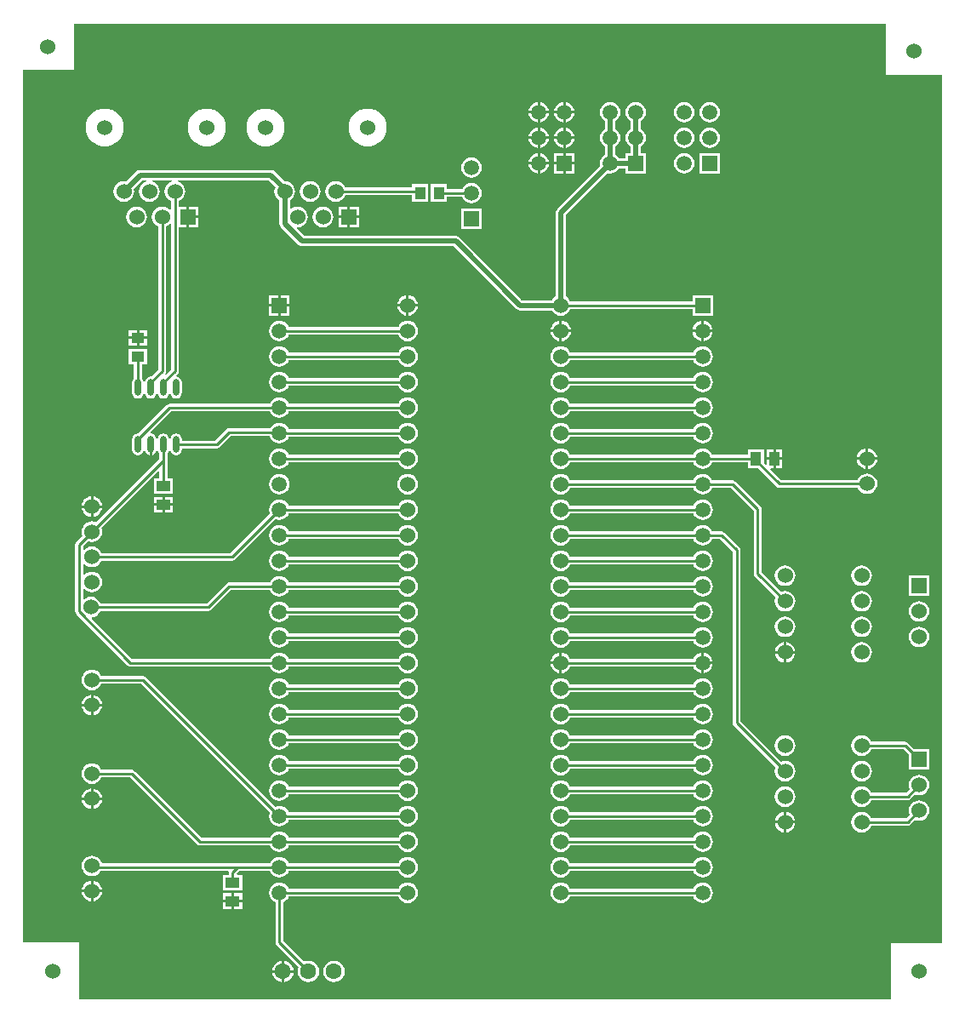
<source format=gbr>
%TF.GenerationSoftware,Altium Limited,Altium Designer,19.1.8 (144)*%
G04 Layer_Physical_Order=1*
G04 Layer_Color=255*
%FSLAX26Y26*%
%MOIN*%
%TF.FileFunction,Copper,L1,Top,Signal*%
%TF.Part,Single*%
G01*
G75*
%TA.AperFunction,SMDPad,CuDef*%
%ADD10R,0.051181X0.041339*%
%ADD11O,0.025591X0.064961*%
%ADD12R,0.055118X0.041339*%
%ADD13R,0.041339X0.051181*%
%ADD14R,0.041339X0.055118*%
%TA.AperFunction,Conductor*%
%ADD15C,0.010000*%
%ADD16C,0.019685*%
%ADD17C,0.020000*%
%TA.AperFunction,ComponentPad*%
%ADD18C,0.060000*%
%ADD19R,0.060000X0.060000*%
%ADD20C,0.059055*%
%ADD21R,0.059055X0.059055*%
%TA.AperFunction,ViaPad*%
%ADD22C,0.060000*%
%TA.AperFunction,ComponentPad*%
%ADD23R,0.060000X0.060000*%
%ADD24C,0.062992*%
G36*
X3400000Y3640000D02*
X3620000D01*
Y240000D01*
X3420000D01*
Y20000D01*
X240000D01*
Y243740D01*
X20000D01*
Y3660000D01*
X220000D01*
Y3840000D01*
X3400000D01*
Y3640000D01*
D02*
G37*
%LPC*%
G36*
X2145000Y3534210D02*
Y3500000D01*
X2179210D01*
X2178510Y3505319D01*
X2174527Y3514934D01*
X2168191Y3523191D01*
X2159934Y3529527D01*
X2150319Y3533510D01*
X2145000Y3534210D01*
D02*
G37*
G36*
X2045000D02*
Y3500000D01*
X2079210D01*
X2078510Y3505319D01*
X2074527Y3514934D01*
X2068191Y3523191D01*
X2059934Y3529527D01*
X2050319Y3533510D01*
X2045000Y3534210D01*
D02*
G37*
G36*
X2135000Y3534210D02*
X2129681Y3533510D01*
X2120066Y3529527D01*
X2111809Y3523191D01*
X2105473Y3514934D01*
X2101490Y3505319D01*
X2100790Y3500000D01*
X2135000D01*
Y3534210D01*
D02*
G37*
G36*
X2035000D02*
X2029681Y3533510D01*
X2020066Y3529527D01*
X2011809Y3523191D01*
X2005473Y3514934D01*
X2001490Y3505319D01*
X2000790Y3500000D01*
X2035000D01*
Y3534210D01*
D02*
G37*
G36*
X2179210Y3490000D02*
X2145000D01*
Y3455790D01*
X2150319Y3456490D01*
X2159934Y3460473D01*
X2168191Y3466809D01*
X2174527Y3475066D01*
X2178510Y3484681D01*
X2179210Y3490000D01*
D02*
G37*
G36*
X2079210D02*
X2045000D01*
Y3455790D01*
X2050319Y3456490D01*
X2059934Y3460473D01*
X2068191Y3466809D01*
X2074527Y3475066D01*
X2078510Y3484681D01*
X2079210Y3490000D01*
D02*
G37*
G36*
X2135000D02*
X2100790D01*
X2101490Y3484681D01*
X2105473Y3475066D01*
X2111809Y3466809D01*
X2120066Y3460473D01*
X2129681Y3456490D01*
X2135000Y3455790D01*
Y3490000D01*
D02*
G37*
G36*
X2035000D02*
X2000790D01*
X2001490Y3484681D01*
X2005473Y3475066D01*
X2011809Y3466809D01*
X2020066Y3460473D01*
X2029681Y3456490D01*
X2035000Y3455790D01*
Y3490000D01*
D02*
G37*
G36*
X2710000Y3534869D02*
X2699681Y3533510D01*
X2690066Y3529527D01*
X2681809Y3523191D01*
X2675473Y3514934D01*
X2671490Y3505319D01*
X2670131Y3495000D01*
X2671490Y3484681D01*
X2675473Y3475066D01*
X2681809Y3466809D01*
X2690066Y3460473D01*
X2699681Y3456490D01*
X2710000Y3455131D01*
X2720319Y3456490D01*
X2729934Y3460473D01*
X2738191Y3466809D01*
X2744527Y3475066D01*
X2748510Y3484681D01*
X2749869Y3495000D01*
X2748510Y3505319D01*
X2744527Y3514934D01*
X2738191Y3523191D01*
X2729934Y3529527D01*
X2720319Y3533510D01*
X2710000Y3534869D01*
D02*
G37*
G36*
X2610000D02*
X2599681Y3533510D01*
X2590066Y3529527D01*
X2581809Y3523191D01*
X2575473Y3514934D01*
X2571490Y3505319D01*
X2570131Y3495000D01*
X2571490Y3484681D01*
X2575473Y3475066D01*
X2581809Y3466809D01*
X2590066Y3460473D01*
X2599681Y3456490D01*
X2610000Y3455131D01*
X2620319Y3456490D01*
X2629934Y3460473D01*
X2638191Y3466809D01*
X2644527Y3475066D01*
X2648510Y3484681D01*
X2649869Y3495000D01*
X2648510Y3505319D01*
X2644527Y3514934D01*
X2638191Y3523191D01*
X2629934Y3529527D01*
X2620319Y3533510D01*
X2610000Y3534869D01*
D02*
G37*
G36*
X2145000Y3434210D02*
Y3400000D01*
X2179210D01*
X2178510Y3405319D01*
X2174527Y3414934D01*
X2168191Y3423191D01*
X2159934Y3429527D01*
X2150319Y3433510D01*
X2145000Y3434210D01*
D02*
G37*
G36*
X2045000D02*
Y3400000D01*
X2079210D01*
X2078510Y3405319D01*
X2074527Y3414934D01*
X2068191Y3423191D01*
X2059934Y3429527D01*
X2050319Y3433510D01*
X2045000Y3434210D01*
D02*
G37*
G36*
X2135000Y3434210D02*
X2129681Y3433510D01*
X2120066Y3429527D01*
X2111809Y3423191D01*
X2105473Y3414934D01*
X2101490Y3405319D01*
X2100790Y3400000D01*
X2135000D01*
Y3434210D01*
D02*
G37*
G36*
X2035000D02*
X2029681Y3433510D01*
X2020066Y3429527D01*
X2011809Y3423191D01*
X2005473Y3414934D01*
X2001490Y3405319D01*
X2000790Y3400000D01*
X2035000D01*
Y3434210D01*
D02*
G37*
G36*
X1370000Y3509334D02*
X1355498Y3507906D01*
X1341553Y3503676D01*
X1328702Y3496807D01*
X1317438Y3487562D01*
X1308193Y3476298D01*
X1301324Y3463447D01*
X1297094Y3449502D01*
X1295666Y3435000D01*
X1297094Y3420498D01*
X1301324Y3406553D01*
X1308193Y3393702D01*
X1317438Y3382438D01*
X1328702Y3373193D01*
X1341553Y3366324D01*
X1355498Y3362094D01*
X1370000Y3360666D01*
X1384502Y3362094D01*
X1398447Y3366324D01*
X1411298Y3373193D01*
X1422562Y3382438D01*
X1431807Y3393702D01*
X1438676Y3406553D01*
X1442906Y3420498D01*
X1444334Y3435000D01*
X1442906Y3449502D01*
X1438676Y3463447D01*
X1431807Y3476298D01*
X1422562Y3487562D01*
X1411298Y3496807D01*
X1398447Y3503676D01*
X1384502Y3507906D01*
X1370000Y3509334D01*
D02*
G37*
G36*
X970000D02*
X955498Y3507906D01*
X941553Y3503676D01*
X928702Y3496807D01*
X917438Y3487562D01*
X908193Y3476298D01*
X901324Y3463447D01*
X897094Y3449502D01*
X895666Y3435000D01*
X897094Y3420498D01*
X901324Y3406553D01*
X908193Y3393702D01*
X917438Y3382438D01*
X928702Y3373193D01*
X941553Y3366324D01*
X955498Y3362094D01*
X970000Y3360666D01*
X984502Y3362094D01*
X998447Y3366324D01*
X1011298Y3373193D01*
X1022562Y3382438D01*
X1031807Y3393702D01*
X1038676Y3406553D01*
X1042906Y3420498D01*
X1044334Y3435000D01*
X1042906Y3449502D01*
X1038676Y3463447D01*
X1031807Y3476298D01*
X1022562Y3487562D01*
X1011298Y3496807D01*
X998447Y3503676D01*
X984502Y3507906D01*
X970000Y3509334D01*
D02*
G37*
G36*
X740000D02*
X725498Y3507906D01*
X711553Y3503676D01*
X698702Y3496807D01*
X687438Y3487562D01*
X678193Y3476298D01*
X671324Y3463447D01*
X667094Y3449502D01*
X665666Y3435000D01*
X667094Y3420498D01*
X671324Y3406553D01*
X678193Y3393702D01*
X687438Y3382438D01*
X698702Y3373193D01*
X711553Y3366324D01*
X725498Y3362094D01*
X740000Y3360666D01*
X754502Y3362094D01*
X768447Y3366324D01*
X781298Y3373193D01*
X792562Y3382438D01*
X801807Y3393702D01*
X808676Y3406553D01*
X812906Y3420498D01*
X814334Y3435000D01*
X812906Y3449502D01*
X808676Y3463447D01*
X801807Y3476298D01*
X792562Y3487562D01*
X781298Y3496807D01*
X768447Y3503676D01*
X754502Y3507906D01*
X740000Y3509334D01*
D02*
G37*
G36*
X340000D02*
X325498Y3507906D01*
X311553Y3503676D01*
X298702Y3496807D01*
X287438Y3487562D01*
X278193Y3476298D01*
X271324Y3463447D01*
X267094Y3449502D01*
X265666Y3435000D01*
X267094Y3420498D01*
X271324Y3406553D01*
X278193Y3393702D01*
X287438Y3382438D01*
X298702Y3373193D01*
X311553Y3366324D01*
X325498Y3362094D01*
X340000Y3360666D01*
X354502Y3362094D01*
X368447Y3366324D01*
X381298Y3373193D01*
X392562Y3382438D01*
X401807Y3393702D01*
X408676Y3406553D01*
X412906Y3420498D01*
X414334Y3435000D01*
X412906Y3449502D01*
X408676Y3463447D01*
X401807Y3476298D01*
X392562Y3487562D01*
X381298Y3496807D01*
X368447Y3503676D01*
X354502Y3507906D01*
X340000Y3509334D01*
D02*
G37*
G36*
X2179210Y3390000D02*
X2145000D01*
Y3355790D01*
X2150319Y3356490D01*
X2159934Y3360473D01*
X2168191Y3366809D01*
X2174527Y3375066D01*
X2178510Y3384681D01*
X2179210Y3390000D01*
D02*
G37*
G36*
X2079210D02*
X2045000D01*
Y3355790D01*
X2050319Y3356490D01*
X2059934Y3360473D01*
X2068191Y3366809D01*
X2074527Y3375066D01*
X2078510Y3384681D01*
X2079210Y3390000D01*
D02*
G37*
G36*
X2135000D02*
X2100790D01*
X2101490Y3384681D01*
X2105473Y3375066D01*
X2111809Y3366809D01*
X2120066Y3360473D01*
X2129681Y3356490D01*
X2135000Y3355790D01*
Y3390000D01*
D02*
G37*
G36*
X2035000D02*
X2000790D01*
X2001490Y3384681D01*
X2005473Y3375066D01*
X2011809Y3366809D01*
X2020066Y3360473D01*
X2029681Y3356490D01*
X2035000Y3355790D01*
Y3390000D01*
D02*
G37*
G36*
X2710000Y3434869D02*
X2699681Y3433510D01*
X2690066Y3429527D01*
X2681809Y3423191D01*
X2675473Y3414934D01*
X2671490Y3405319D01*
X2670131Y3395000D01*
X2671490Y3384681D01*
X2675473Y3375066D01*
X2681809Y3366809D01*
X2690066Y3360473D01*
X2699681Y3356490D01*
X2710000Y3355131D01*
X2720319Y3356490D01*
X2729934Y3360473D01*
X2738191Y3366809D01*
X2744527Y3375066D01*
X2748510Y3384681D01*
X2749869Y3395000D01*
X2748510Y3405319D01*
X2744527Y3414934D01*
X2738191Y3423191D01*
X2729934Y3429527D01*
X2720319Y3433510D01*
X2710000Y3434869D01*
D02*
G37*
G36*
X2610000D02*
X2599681Y3433510D01*
X2590066Y3429527D01*
X2581809Y3423191D01*
X2575473Y3414934D01*
X2571490Y3405319D01*
X2570131Y3395000D01*
X2571490Y3384681D01*
X2575473Y3375066D01*
X2581809Y3366809D01*
X2590066Y3360473D01*
X2599681Y3356490D01*
X2610000Y3355131D01*
X2620319Y3356490D01*
X2629934Y3360473D01*
X2638191Y3366809D01*
X2644527Y3375066D01*
X2648510Y3384681D01*
X2649869Y3395000D01*
X2648510Y3405319D01*
X2644527Y3414934D01*
X2638191Y3423191D01*
X2629934Y3429527D01*
X2620319Y3433510D01*
X2610000Y3434869D01*
D02*
G37*
G36*
X2420000Y3534869D02*
X2409681Y3533510D01*
X2400066Y3529527D01*
X2391809Y3523191D01*
X2385473Y3514934D01*
X2381490Y3505319D01*
X2380131Y3495000D01*
X2381490Y3484681D01*
X2385473Y3475066D01*
X2391809Y3466809D01*
X2399608Y3460824D01*
Y3429176D01*
X2391809Y3423191D01*
X2385473Y3414934D01*
X2381490Y3405319D01*
X2380131Y3395000D01*
X2381490Y3384681D01*
X2385473Y3375066D01*
X2391809Y3366809D01*
X2399608Y3360824D01*
Y3334528D01*
X2380472D01*
Y3315392D01*
X2354176D01*
X2348191Y3323191D01*
X2340392Y3329176D01*
Y3360824D01*
X2348191Y3366809D01*
X2354527Y3375066D01*
X2358510Y3384681D01*
X2359869Y3395000D01*
X2358510Y3405319D01*
X2354527Y3414934D01*
X2348191Y3423191D01*
X2340392Y3429176D01*
Y3460824D01*
X2348191Y3466809D01*
X2354527Y3475066D01*
X2358510Y3484681D01*
X2359869Y3495000D01*
X2358510Y3505319D01*
X2354527Y3514934D01*
X2348191Y3523191D01*
X2339934Y3529527D01*
X2330319Y3533510D01*
X2320000Y3534869D01*
X2309681Y3533510D01*
X2300066Y3529527D01*
X2291809Y3523191D01*
X2285473Y3514934D01*
X2281490Y3505319D01*
X2280131Y3495000D01*
X2281490Y3484681D01*
X2285473Y3475066D01*
X2291809Y3466809D01*
X2299608Y3460824D01*
Y3429176D01*
X2291809Y3423191D01*
X2285473Y3414934D01*
X2281490Y3405319D01*
X2280131Y3395000D01*
X2281490Y3384681D01*
X2285473Y3375066D01*
X2291809Y3366809D01*
X2299608Y3360824D01*
Y3329176D01*
X2291809Y3323191D01*
X2285473Y3314934D01*
X2281490Y3305319D01*
X2280131Y3295000D01*
X2281415Y3285253D01*
X2112195Y3116033D01*
X2107775Y3109418D01*
X2106222Y3101614D01*
Y2773181D01*
X2098086Y2766938D01*
X2091719Y2758641D01*
X1974970D01*
X1729306Y3004306D01*
X1722742Y3008691D01*
X1715000Y3010231D01*
X1122380D01*
X1092388Y3040223D01*
X1094600Y3044707D01*
X1095000Y3044655D01*
X1105442Y3046030D01*
X1115173Y3050060D01*
X1123528Y3056472D01*
X1129940Y3064827D01*
X1133970Y3074558D01*
X1135345Y3085000D01*
X1133970Y3095442D01*
X1129940Y3105173D01*
X1123528Y3113528D01*
X1115173Y3119940D01*
X1105442Y3123970D01*
X1095000Y3125345D01*
X1084558Y3123970D01*
X1074827Y3119940D01*
X1070392Y3116537D01*
X1065392Y3119002D01*
Y3150228D01*
X1073528Y3156472D01*
X1079940Y3164827D01*
X1083970Y3174558D01*
X1085345Y3185000D01*
X1083970Y3195442D01*
X1079940Y3205173D01*
X1073528Y3213528D01*
X1065173Y3219940D01*
X1055442Y3223970D01*
X1045000Y3225345D01*
X1043315Y3225123D01*
X1005133Y3263306D01*
X998569Y3267691D01*
X990827Y3269231D01*
X479000D01*
X471258Y3267691D01*
X464694Y3263306D01*
X425369Y3223980D01*
X415000Y3225345D01*
X404558Y3223970D01*
X394827Y3219940D01*
X386472Y3213528D01*
X380060Y3205173D01*
X376029Y3195442D01*
X374655Y3185000D01*
X376029Y3174558D01*
X380060Y3164827D01*
X386472Y3156472D01*
X394827Y3150060D01*
X404558Y3146030D01*
X415000Y3144655D01*
X425442Y3146030D01*
X435173Y3150060D01*
X443528Y3156472D01*
X449940Y3164827D01*
X453971Y3174558D01*
X455345Y3185000D01*
X453980Y3195369D01*
X487380Y3228769D01*
X503630D01*
X504558Y3223970D01*
X494827Y3219940D01*
X486472Y3213528D01*
X480060Y3205173D01*
X476029Y3195442D01*
X474655Y3185000D01*
X476029Y3174558D01*
X480060Y3164827D01*
X486472Y3156472D01*
X494827Y3150060D01*
X504558Y3146030D01*
X515000Y3144655D01*
X525442Y3146030D01*
X535173Y3150060D01*
X543528Y3156472D01*
X549940Y3164827D01*
X553971Y3174558D01*
X555345Y3185000D01*
X553971Y3195442D01*
X549940Y3205173D01*
X543528Y3213528D01*
X535173Y3219940D01*
X525442Y3223970D01*
X526370Y3228769D01*
X603630D01*
X604558Y3223970D01*
X594827Y3219940D01*
X586472Y3213528D01*
X580060Y3205173D01*
X576029Y3195442D01*
X574655Y3185000D01*
X576029Y3174558D01*
X580060Y3164827D01*
X586472Y3156472D01*
X594827Y3150060D01*
X599706Y3148039D01*
Y3113255D01*
X594971Y3111648D01*
X593528Y3113528D01*
X585173Y3119940D01*
X575442Y3123970D01*
X565000Y3125345D01*
X554558Y3123970D01*
X544827Y3119940D01*
X536472Y3113528D01*
X530060Y3105173D01*
X526029Y3095442D01*
X524655Y3085000D01*
X526029Y3074558D01*
X530060Y3064827D01*
X536472Y3056472D01*
X544827Y3050060D01*
X549706Y3048039D01*
Y2487433D01*
X521507Y2459234D01*
X520161Y2459502D01*
X511267Y2457732D01*
X503727Y2452694D01*
X498689Y2445154D01*
X497710Y2440236D01*
X492612D01*
X491634Y2445154D01*
X486596Y2452694D01*
X485455Y2453456D01*
Y2507740D01*
X505752D01*
Y2569079D01*
X434571D01*
Y2507740D01*
X454868D01*
Y2453456D01*
X453727Y2452694D01*
X448689Y2445154D01*
X446920Y2436260D01*
Y2396890D01*
X448689Y2387995D01*
X453727Y2380455D01*
X461267Y2375417D01*
X470161Y2373648D01*
X479056Y2375417D01*
X486596Y2380455D01*
X491634Y2387995D01*
X492612Y2392914D01*
X497710D01*
X498689Y2387995D01*
X503727Y2380455D01*
X511267Y2375417D01*
X520161Y2373648D01*
X529056Y2375417D01*
X536596Y2380455D01*
X541634Y2387995D01*
X542612Y2392914D01*
X547710D01*
X548689Y2387995D01*
X553727Y2380455D01*
X561267Y2375417D01*
X570161Y2373648D01*
X579056Y2375417D01*
X586596Y2380455D01*
X591634Y2387995D01*
X592612Y2392914D01*
X597710D01*
X598689Y2387995D01*
X603727Y2380455D01*
X611267Y2375417D01*
X620161Y2373648D01*
X629056Y2375417D01*
X636596Y2380455D01*
X641634Y2387995D01*
X643403Y2396890D01*
Y2436260D01*
X641634Y2445154D01*
X636596Y2452694D01*
X629056Y2457732D01*
X621781Y2459179D01*
X619638Y2464107D01*
X625814Y2470284D01*
X629130Y2475246D01*
X630294Y2481098D01*
Y3045000D01*
X660000D01*
Y3085001D01*
Y3125000D01*
X630294D01*
Y3148039D01*
X635173Y3150060D01*
X643528Y3156472D01*
X649940Y3164827D01*
X653971Y3174558D01*
X655345Y3185000D01*
X653971Y3195442D01*
X649940Y3205173D01*
X643528Y3213528D01*
X635173Y3219940D01*
X625442Y3223970D01*
X626370Y3228769D01*
X982447D01*
X1008884Y3202332D01*
X1006029Y3195442D01*
X1004655Y3185000D01*
X1006029Y3174558D01*
X1010060Y3164827D01*
X1016472Y3156472D01*
X1024608Y3150228D01*
Y3059000D01*
X1026160Y3051196D01*
X1030581Y3044581D01*
X1031265Y3044123D01*
X1099694Y2975694D01*
X1106258Y2971309D01*
X1114000Y2969769D01*
X1706620D01*
X1952285Y2724104D01*
X1958848Y2719718D01*
X1966591Y2718178D01*
X2091719D01*
X2098086Y2709881D01*
X2106442Y2703470D01*
X2116172Y2699439D01*
X2126614Y2698064D01*
X2137056Y2699439D01*
X2146787Y2703470D01*
X2155143Y2709881D01*
X2161554Y2718237D01*
X2163575Y2723116D01*
X2642599D01*
Y2698882D01*
X2721653D01*
Y2777937D01*
X2642599D01*
Y2753703D01*
X2163575D01*
X2161554Y2758582D01*
X2155143Y2766938D01*
X2147006Y2773181D01*
Y3093168D01*
X2310253Y3256415D01*
X2320000Y3255131D01*
X2330319Y3256490D01*
X2339934Y3260473D01*
X2348191Y3266809D01*
X2354176Y3274608D01*
X2380472D01*
Y3255472D01*
X2459528D01*
Y3334528D01*
X2440392D01*
Y3360824D01*
X2448191Y3366809D01*
X2454527Y3375066D01*
X2458510Y3384681D01*
X2459869Y3395000D01*
X2458510Y3405319D01*
X2454527Y3414934D01*
X2448191Y3423191D01*
X2440392Y3429176D01*
Y3460824D01*
X2448191Y3466809D01*
X2454527Y3475066D01*
X2458510Y3484681D01*
X2459869Y3495000D01*
X2458510Y3505319D01*
X2454527Y3514934D01*
X2448191Y3523191D01*
X2439934Y3529527D01*
X2430319Y3533510D01*
X2420000Y3534869D01*
D02*
G37*
G36*
X2179528Y3334528D02*
X2145000D01*
Y3300000D01*
X2179528D01*
Y3334528D01*
D02*
G37*
G36*
X2045000Y3334210D02*
Y3300000D01*
X2079210D01*
X2078510Y3305319D01*
X2074527Y3314934D01*
X2068191Y3323191D01*
X2059934Y3329527D01*
X2050319Y3333510D01*
X2045000Y3334210D01*
D02*
G37*
G36*
X2035000Y3334210D02*
X2029681Y3333510D01*
X2020066Y3329527D01*
X2011809Y3323191D01*
X2005473Y3314934D01*
X2001490Y3305319D01*
X2000790Y3300000D01*
X2035000D01*
Y3334210D01*
D02*
G37*
G36*
X2135000Y3334528D02*
X2100472D01*
Y3300000D01*
X2135000D01*
Y3334528D01*
D02*
G37*
G36*
X2079210Y3290000D02*
X2045000D01*
Y3255790D01*
X2050319Y3256490D01*
X2059934Y3260473D01*
X2068191Y3266809D01*
X2074527Y3275066D01*
X2078510Y3284681D01*
X2079210Y3290000D01*
D02*
G37*
G36*
X2035000D02*
X2000790D01*
X2001490Y3284681D01*
X2005473Y3275066D01*
X2011809Y3266809D01*
X2020066Y3260473D01*
X2029681Y3256490D01*
X2035000Y3255790D01*
Y3290000D01*
D02*
G37*
G36*
X2749528Y3334528D02*
X2670472D01*
Y3255472D01*
X2749528D01*
Y3334528D01*
D02*
G37*
G36*
X2179528Y3290000D02*
X2145000D01*
Y3255472D01*
X2179528D01*
Y3290000D01*
D02*
G37*
G36*
X2135000D02*
X2100472D01*
Y3255472D01*
X2135000D01*
Y3290000D01*
D02*
G37*
G36*
X2610000Y3334869D02*
X2599681Y3333510D01*
X2590066Y3329527D01*
X2581809Y3323191D01*
X2575473Y3314934D01*
X2571490Y3305319D01*
X2570131Y3295000D01*
X2571490Y3284681D01*
X2575473Y3275066D01*
X2581809Y3266809D01*
X2590066Y3260473D01*
X2599681Y3256490D01*
X2610000Y3255131D01*
X2620319Y3256490D01*
X2629934Y3260473D01*
X2638191Y3266809D01*
X2644527Y3275066D01*
X2648510Y3284681D01*
X2649869Y3295000D01*
X2648510Y3305319D01*
X2644527Y3314934D01*
X2638191Y3323191D01*
X2629934Y3329527D01*
X2620319Y3333510D01*
X2610000Y3334869D01*
D02*
G37*
G36*
X1776614Y3318276D02*
X1766295Y3316918D01*
X1756680Y3312935D01*
X1748423Y3306599D01*
X1742087Y3298342D01*
X1738104Y3288726D01*
X1736746Y3278408D01*
X1738104Y3268089D01*
X1742087Y3258473D01*
X1748423Y3250216D01*
X1756680Y3243880D01*
X1766295Y3239898D01*
X1776614Y3238539D01*
X1786933Y3239898D01*
X1796549Y3243880D01*
X1804806Y3250216D01*
X1811141Y3258473D01*
X1815124Y3268089D01*
X1816483Y3278408D01*
X1815124Y3288726D01*
X1811141Y3298342D01*
X1804806Y3306599D01*
X1796549Y3312935D01*
X1786933Y3316918D01*
X1776614Y3318276D01*
D02*
G37*
G36*
Y3218276D02*
X1766295Y3216918D01*
X1756680Y3212935D01*
X1748423Y3206599D01*
X1742087Y3198342D01*
X1740165Y3193702D01*
X1679088D01*
Y3213999D01*
X1617750D01*
Y3142818D01*
X1679088D01*
Y3163114D01*
X1740165D01*
X1742087Y3158473D01*
X1748423Y3150216D01*
X1756680Y3143880D01*
X1766295Y3139898D01*
X1776614Y3138539D01*
X1786933Y3139898D01*
X1796549Y3143880D01*
X1804806Y3150216D01*
X1811141Y3158473D01*
X1815124Y3168089D01*
X1816483Y3178408D01*
X1815124Y3188726D01*
X1811141Y3198342D01*
X1804806Y3206599D01*
X1796549Y3212935D01*
X1786933Y3216918D01*
X1776614Y3218276D01*
D02*
G37*
G36*
X1145000Y3225345D02*
X1134558Y3223970D01*
X1124827Y3219940D01*
X1116472Y3213528D01*
X1110060Y3205173D01*
X1106030Y3195442D01*
X1104655Y3185000D01*
X1106030Y3174558D01*
X1110060Y3164827D01*
X1116472Y3156472D01*
X1124827Y3150060D01*
X1134558Y3146030D01*
X1145000Y3144655D01*
X1155442Y3146030D01*
X1165173Y3150060D01*
X1173528Y3156472D01*
X1179940Y3164827D01*
X1183970Y3174558D01*
X1185345Y3185000D01*
X1183970Y3195442D01*
X1179940Y3205173D01*
X1173528Y3213528D01*
X1165173Y3219940D01*
X1155442Y3223970D01*
X1145000Y3225345D01*
D02*
G37*
G36*
X1245000D02*
X1234558Y3223970D01*
X1224827Y3219940D01*
X1216472Y3213528D01*
X1210060Y3205173D01*
X1206030Y3195442D01*
X1204655Y3185000D01*
X1206030Y3174558D01*
X1210060Y3164827D01*
X1216472Y3156472D01*
X1224827Y3150060D01*
X1234558Y3146030D01*
X1245000Y3144655D01*
X1255442Y3146030D01*
X1265173Y3150060D01*
X1273528Y3156472D01*
X1279940Y3164827D01*
X1281961Y3169706D01*
X1544915D01*
Y3142818D01*
X1606254D01*
Y3213999D01*
X1544915D01*
Y3200294D01*
X1281961D01*
X1279940Y3205173D01*
X1273528Y3213528D01*
X1265173Y3219940D01*
X1255442Y3223970D01*
X1245000Y3225345D01*
D02*
G37*
G36*
X705000Y3125000D02*
X670000D01*
Y3090001D01*
X705000D01*
Y3125000D01*
D02*
G37*
G36*
X1335000D02*
X1300000D01*
Y3090001D01*
X1335000D01*
Y3125000D01*
D02*
G37*
G36*
X1290000D02*
X1255000D01*
Y3090001D01*
X1290000D01*
Y3125000D01*
D02*
G37*
G36*
X1335000Y3080001D02*
X1300000D01*
Y3045000D01*
X1335000D01*
Y3080001D01*
D02*
G37*
G36*
X1290000D02*
X1255000D01*
Y3045000D01*
X1290000D01*
Y3080001D01*
D02*
G37*
G36*
X705000D02*
X670000D01*
Y3045000D01*
X705000D01*
Y3080001D01*
D02*
G37*
G36*
X1195000Y3125345D02*
X1184558Y3123970D01*
X1174827Y3119940D01*
X1166472Y3113528D01*
X1160060Y3105173D01*
X1156030Y3095442D01*
X1154655Y3085000D01*
X1156030Y3074558D01*
X1160060Y3064827D01*
X1166472Y3056472D01*
X1174827Y3050060D01*
X1184558Y3046030D01*
X1195000Y3044655D01*
X1205442Y3046030D01*
X1215173Y3050060D01*
X1223528Y3056472D01*
X1229940Y3064827D01*
X1233970Y3074558D01*
X1235345Y3085000D01*
X1233970Y3095442D01*
X1229940Y3105173D01*
X1223528Y3113528D01*
X1215173Y3119940D01*
X1205442Y3123970D01*
X1195000Y3125345D01*
D02*
G37*
G36*
X465000D02*
X454558Y3123970D01*
X444827Y3119940D01*
X436472Y3113528D01*
X430060Y3105173D01*
X426029Y3095442D01*
X424655Y3085000D01*
X426029Y3074558D01*
X430060Y3064827D01*
X436472Y3056472D01*
X444827Y3050060D01*
X454558Y3046030D01*
X465000Y3044655D01*
X475442Y3046030D01*
X485173Y3050060D01*
X493528Y3056472D01*
X499940Y3064827D01*
X503971Y3074558D01*
X505345Y3085000D01*
X503971Y3095442D01*
X499940Y3105173D01*
X493528Y3113528D01*
X485173Y3119940D01*
X475442Y3123970D01*
X465000Y3125345D01*
D02*
G37*
G36*
X1816142Y3117935D02*
X1737087D01*
Y3038880D01*
X1816142D01*
Y3117935D01*
D02*
G37*
G36*
X1531614Y2778097D02*
Y2743410D01*
X1566301D01*
X1565585Y2748852D01*
X1561554Y2758582D01*
X1555143Y2766938D01*
X1546787Y2773349D01*
X1537056Y2777380D01*
X1531614Y2778097D01*
D02*
G37*
G36*
X1521614D02*
X1516172Y2777380D01*
X1506442Y2773349D01*
X1498086Y2766938D01*
X1491674Y2758582D01*
X1487644Y2748852D01*
X1486927Y2743410D01*
X1521614D01*
Y2778097D01*
D02*
G37*
G36*
X1063780Y2777937D02*
X1029252D01*
Y2743409D01*
X1063780D01*
Y2777937D01*
D02*
G37*
G36*
X1019252D02*
X984725D01*
Y2743409D01*
X1019252D01*
Y2777937D01*
D02*
G37*
G36*
X1063780Y2733409D02*
X1029252D01*
Y2698882D01*
X1063780D01*
Y2733409D01*
D02*
G37*
G36*
X1019252D02*
X984725D01*
Y2698882D01*
X1019252D01*
Y2733409D01*
D02*
G37*
G36*
X1566301Y2733410D02*
X1531614D01*
Y2698722D01*
X1537056Y2699439D01*
X1546787Y2703470D01*
X1555143Y2709881D01*
X1561554Y2718237D01*
X1565585Y2727967D01*
X1566301Y2733410D01*
D02*
G37*
G36*
X1521614D02*
X1486927D01*
X1487644Y2727967D01*
X1491674Y2718237D01*
X1498086Y2709881D01*
X1506442Y2703470D01*
X1516172Y2699439D01*
X1521614Y2698722D01*
Y2733410D01*
D02*
G37*
G36*
X1526614Y2678755D02*
X1516172Y2677380D01*
X1506442Y2673349D01*
X1498086Y2666938D01*
X1491674Y2658582D01*
X1489653Y2653703D01*
X1060701D01*
X1058779Y2658344D01*
X1052443Y2666601D01*
X1044186Y2672937D01*
X1034571Y2676920D01*
X1024252Y2678278D01*
X1013933Y2676920D01*
X1004318Y2672937D01*
X996061Y2666601D01*
X989725Y2658344D01*
X985742Y2648728D01*
X984383Y2638410D01*
X985742Y2628091D01*
X989725Y2618475D01*
X996061Y2610218D01*
X1004318Y2603882D01*
X1013933Y2599899D01*
X1024252Y2598541D01*
X1034571Y2599899D01*
X1044186Y2603882D01*
X1052443Y2610218D01*
X1058779Y2618475D01*
X1060701Y2623116D01*
X1489653D01*
X1491674Y2618237D01*
X1498086Y2609881D01*
X1506442Y2603470D01*
X1516172Y2599439D01*
X1526614Y2598064D01*
X1537056Y2599439D01*
X1546787Y2603470D01*
X1555143Y2609881D01*
X1561554Y2618237D01*
X1565585Y2627967D01*
X1566959Y2638410D01*
X1565585Y2648852D01*
X1561554Y2658582D01*
X1555143Y2666938D01*
X1546787Y2673349D01*
X1537056Y2677380D01*
X1526614Y2678755D01*
D02*
G37*
G36*
X2131614Y2678097D02*
Y2643410D01*
X2166301D01*
X2165585Y2648852D01*
X2161554Y2658582D01*
X2155143Y2666938D01*
X2146787Y2673349D01*
X2137056Y2677380D01*
X2131614Y2678097D01*
D02*
G37*
G36*
X2121614D02*
X2116172Y2677380D01*
X2106442Y2673349D01*
X2098086Y2666938D01*
X2091674Y2658582D01*
X2087644Y2648852D01*
X2086927Y2643410D01*
X2121614D01*
Y2678097D01*
D02*
G37*
G36*
X2687126Y2677620D02*
Y2643409D01*
X2721336D01*
X2720636Y2648728D01*
X2716653Y2658344D01*
X2710317Y2666601D01*
X2702060Y2672937D01*
X2692445Y2676920D01*
X2687126Y2677620D01*
D02*
G37*
G36*
X2677126D02*
X2671807Y2676920D01*
X2662192Y2672937D01*
X2653935Y2666601D01*
X2647599Y2658344D01*
X2643616Y2648728D01*
X2642916Y2643409D01*
X2677126D01*
Y2677620D01*
D02*
G37*
G36*
X505752Y2641913D02*
X475161D01*
Y2616244D01*
X505752D01*
Y2641913D01*
D02*
G37*
G36*
X465161D02*
X434571D01*
Y2616244D01*
X465161D01*
Y2641913D01*
D02*
G37*
G36*
X2677126Y2633409D02*
X2642916D01*
X2643616Y2628091D01*
X2647599Y2618475D01*
X2653935Y2610218D01*
X2662192Y2603882D01*
X2671807Y2599899D01*
X2677126Y2599199D01*
Y2633409D01*
D02*
G37*
G36*
X2721336D02*
X2687126D01*
Y2599199D01*
X2692445Y2599899D01*
X2702060Y2603882D01*
X2710317Y2610218D01*
X2716653Y2618475D01*
X2720636Y2628091D01*
X2721336Y2633409D01*
D02*
G37*
G36*
X2166301Y2633410D02*
X2131614D01*
Y2598722D01*
X2137056Y2599439D01*
X2146787Y2603470D01*
X2155143Y2609881D01*
X2161554Y2618237D01*
X2165585Y2627967D01*
X2166301Y2633410D01*
D02*
G37*
G36*
X2121614D02*
X2086927D01*
X2087644Y2627967D01*
X2091674Y2618237D01*
X2098086Y2609881D01*
X2106442Y2603470D01*
X2116172Y2599439D01*
X2121614Y2598722D01*
Y2633410D01*
D02*
G37*
G36*
X505752Y2606244D02*
X475161D01*
Y2580575D01*
X505752D01*
Y2606244D01*
D02*
G37*
G36*
X465161D02*
X434571D01*
Y2580575D01*
X465161D01*
Y2606244D01*
D02*
G37*
G36*
X1526614Y2578755D02*
X1516172Y2577380D01*
X1506442Y2573349D01*
X1498086Y2566938D01*
X1491674Y2558582D01*
X1489653Y2553703D01*
X1060701D01*
X1058779Y2558344D01*
X1052443Y2566601D01*
X1044186Y2572937D01*
X1034571Y2576920D01*
X1024252Y2578278D01*
X1013933Y2576920D01*
X1004318Y2572937D01*
X996061Y2566601D01*
X989725Y2558344D01*
X985742Y2548728D01*
X984383Y2538410D01*
X985742Y2528091D01*
X989725Y2518475D01*
X996061Y2510218D01*
X1004318Y2503882D01*
X1013933Y2499899D01*
X1024252Y2498541D01*
X1034571Y2499899D01*
X1044186Y2503882D01*
X1052443Y2510218D01*
X1058779Y2518475D01*
X1060701Y2523116D01*
X1489653D01*
X1491674Y2518237D01*
X1498086Y2509881D01*
X1506442Y2503470D01*
X1516172Y2499439D01*
X1526614Y2498064D01*
X1537056Y2499439D01*
X1546787Y2503470D01*
X1555143Y2509881D01*
X1561554Y2518237D01*
X1565585Y2527967D01*
X1566959Y2538410D01*
X1565585Y2548852D01*
X1561554Y2558582D01*
X1555143Y2566938D01*
X1546787Y2573349D01*
X1537056Y2577380D01*
X1526614Y2578755D01*
D02*
G37*
G36*
X2126614D02*
X2116172Y2577380D01*
X2106442Y2573349D01*
X2098086Y2566938D01*
X2091674Y2558582D01*
X2087644Y2548852D01*
X2086269Y2538410D01*
X2087644Y2527967D01*
X2091674Y2518237D01*
X2098086Y2509881D01*
X2106442Y2503470D01*
X2116172Y2499439D01*
X2126614Y2498064D01*
X2137056Y2499439D01*
X2146787Y2503470D01*
X2155143Y2509881D01*
X2161554Y2518237D01*
X2163575Y2523116D01*
X2645677D01*
X2647599Y2518475D01*
X2653935Y2510218D01*
X2662192Y2503882D01*
X2671807Y2499899D01*
X2682126Y2498541D01*
X2692445Y2499899D01*
X2702060Y2503882D01*
X2710317Y2510218D01*
X2716653Y2518475D01*
X2720636Y2528091D01*
X2721995Y2538410D01*
X2720636Y2548728D01*
X2716653Y2558344D01*
X2710317Y2566601D01*
X2702060Y2572937D01*
X2692445Y2576920D01*
X2682126Y2578278D01*
X2671807Y2576920D01*
X2662192Y2572937D01*
X2653935Y2566601D01*
X2647599Y2558344D01*
X2645677Y2553703D01*
X2163575D01*
X2161554Y2558582D01*
X2155143Y2566938D01*
X2146787Y2573349D01*
X2137056Y2577380D01*
X2126614Y2578755D01*
D02*
G37*
G36*
X1526614Y2478755D02*
X1516172Y2477380D01*
X1506442Y2473349D01*
X1498086Y2466938D01*
X1491674Y2458582D01*
X1489653Y2453703D01*
X1060701D01*
X1058779Y2458344D01*
X1052443Y2466601D01*
X1044186Y2472937D01*
X1034571Y2476920D01*
X1024252Y2478278D01*
X1013933Y2476920D01*
X1004318Y2472937D01*
X996061Y2466601D01*
X989725Y2458344D01*
X985742Y2448728D01*
X984383Y2438410D01*
X985742Y2428091D01*
X989725Y2418475D01*
X996061Y2410218D01*
X1004318Y2403882D01*
X1013933Y2399899D01*
X1024252Y2398541D01*
X1034571Y2399899D01*
X1044186Y2403882D01*
X1052443Y2410218D01*
X1058779Y2418475D01*
X1060701Y2423116D01*
X1489653D01*
X1491674Y2418237D01*
X1498086Y2409881D01*
X1506442Y2403470D01*
X1516172Y2399439D01*
X1526614Y2398064D01*
X1537056Y2399439D01*
X1546787Y2403470D01*
X1555143Y2409881D01*
X1561554Y2418237D01*
X1565585Y2427967D01*
X1566959Y2438410D01*
X1565585Y2448852D01*
X1561554Y2458582D01*
X1555143Y2466938D01*
X1546787Y2473349D01*
X1537056Y2477380D01*
X1526614Y2478755D01*
D02*
G37*
G36*
X2126614D02*
X2116172Y2477380D01*
X2106442Y2473349D01*
X2098086Y2466938D01*
X2091674Y2458582D01*
X2087644Y2448852D01*
X2086269Y2438410D01*
X2087644Y2427967D01*
X2091674Y2418237D01*
X2098086Y2409881D01*
X2106442Y2403470D01*
X2116172Y2399439D01*
X2126614Y2398064D01*
X2137056Y2399439D01*
X2146787Y2403470D01*
X2155143Y2409881D01*
X2161554Y2418237D01*
X2163575Y2423116D01*
X2645677D01*
X2647599Y2418475D01*
X2653935Y2410218D01*
X2662192Y2403882D01*
X2671807Y2399899D01*
X2682126Y2398541D01*
X2692445Y2399899D01*
X2702060Y2403882D01*
X2710317Y2410218D01*
X2716653Y2418475D01*
X2720636Y2428091D01*
X2721995Y2438410D01*
X2720636Y2448728D01*
X2716653Y2458344D01*
X2710317Y2466601D01*
X2702060Y2472937D01*
X2692445Y2476920D01*
X2682126Y2478278D01*
X2671807Y2476920D01*
X2662192Y2472937D01*
X2653935Y2466601D01*
X2647599Y2458344D01*
X2645677Y2453703D01*
X2163575D01*
X2161554Y2458582D01*
X2155143Y2466938D01*
X2146787Y2473349D01*
X2137056Y2477380D01*
X2126614Y2478755D01*
D02*
G37*
G36*
X1526614Y2378755D02*
X1516172Y2377380D01*
X1506442Y2373349D01*
X1498086Y2366938D01*
X1491674Y2358582D01*
X1489653Y2353703D01*
X1060701D01*
X1058779Y2358344D01*
X1052443Y2366601D01*
X1044186Y2372937D01*
X1034571Y2376920D01*
X1024252Y2378278D01*
X1013933Y2376920D01*
X1004318Y2372937D01*
X996061Y2366601D01*
X989725Y2358344D01*
X987803Y2353703D01*
X594752D01*
X588899Y2352539D01*
X583938Y2349224D01*
X471507Y2236793D01*
X470161Y2237061D01*
X461267Y2235291D01*
X453727Y2230253D01*
X448689Y2222713D01*
X446920Y2213819D01*
Y2174449D01*
X448689Y2165555D01*
X453727Y2158014D01*
X461267Y2152976D01*
X470161Y2151207D01*
X479056Y2152976D01*
X486596Y2158014D01*
X491634Y2165555D01*
X492612Y2170473D01*
X497710D01*
X498689Y2165555D01*
X503727Y2158014D01*
X511267Y2152976D01*
X515161Y2152202D01*
Y2194134D01*
X525161D01*
Y2152202D01*
X529056Y2152976D01*
X536596Y2158014D01*
X541634Y2165555D01*
X542612Y2170473D01*
X547710D01*
X548689Y2165555D01*
X553727Y2158014D01*
X554867Y2157252D01*
Y2139095D01*
X305321Y1889548D01*
X300442Y1891569D01*
X290000Y1892944D01*
X279558Y1891569D01*
X269827Y1887538D01*
X261472Y1881127D01*
X255060Y1872771D01*
X251030Y1863041D01*
X249655Y1852598D01*
X251030Y1842156D01*
X253050Y1837277D01*
X229186Y1813413D01*
X225870Y1808451D01*
X224706Y1802598D01*
Y1539746D01*
X225870Y1533893D01*
X229186Y1528932D01*
X430522Y1327595D01*
X435484Y1324280D01*
X441337Y1323116D01*
X987803D01*
X989725Y1318475D01*
X996061Y1310218D01*
X1004318Y1303882D01*
X1013933Y1299899D01*
X1024252Y1298541D01*
X1034571Y1299899D01*
X1044186Y1303882D01*
X1052443Y1310218D01*
X1058779Y1318475D01*
X1060701Y1323116D01*
X1489653D01*
X1491674Y1318237D01*
X1498086Y1309881D01*
X1506442Y1303469D01*
X1516172Y1299439D01*
X1526614Y1298064D01*
X1537056Y1299439D01*
X1546787Y1303469D01*
X1555143Y1309881D01*
X1561554Y1318237D01*
X1565585Y1327967D01*
X1566959Y1338409D01*
X1565585Y1348852D01*
X1561554Y1358582D01*
X1555143Y1366938D01*
X1546787Y1373350D01*
X1537056Y1377380D01*
X1526614Y1378755D01*
X1516172Y1377380D01*
X1506442Y1373350D01*
X1498086Y1366938D01*
X1491674Y1358582D01*
X1489653Y1353703D01*
X1060701D01*
X1058779Y1358344D01*
X1052443Y1366601D01*
X1044186Y1372937D01*
X1034571Y1376920D01*
X1024252Y1378278D01*
X1013933Y1376920D01*
X1004318Y1372937D01*
X996061Y1366601D01*
X989725Y1358344D01*
X987803Y1353703D01*
X447672D01*
X289048Y1512327D01*
X290840Y1517606D01*
X296505Y1518352D01*
X306236Y1522383D01*
X314591Y1528794D01*
X321003Y1537150D01*
X323024Y1542029D01*
X746315D01*
X752168Y1543193D01*
X757129Y1546508D01*
X833736Y1623116D01*
X987803D01*
X989725Y1618475D01*
X996061Y1610218D01*
X1004318Y1603882D01*
X1013933Y1599899D01*
X1024252Y1598541D01*
X1034571Y1599899D01*
X1044186Y1603882D01*
X1052443Y1610218D01*
X1058779Y1618475D01*
X1060701Y1623116D01*
X1489653D01*
X1491674Y1618237D01*
X1498086Y1609881D01*
X1506442Y1603469D01*
X1516172Y1599439D01*
X1526614Y1598064D01*
X1537056Y1599439D01*
X1546787Y1603469D01*
X1555143Y1609881D01*
X1561554Y1618237D01*
X1565585Y1627967D01*
X1566959Y1638409D01*
X1565585Y1648852D01*
X1561554Y1658582D01*
X1555143Y1666938D01*
X1546787Y1673350D01*
X1537056Y1677380D01*
X1526614Y1678755D01*
X1516172Y1677380D01*
X1506442Y1673350D01*
X1498086Y1666938D01*
X1491674Y1658582D01*
X1489653Y1653703D01*
X1060701D01*
X1058779Y1658344D01*
X1052443Y1666601D01*
X1044186Y1672937D01*
X1034571Y1676920D01*
X1024252Y1678278D01*
X1013933Y1676920D01*
X1004318Y1672937D01*
X996061Y1666601D01*
X989725Y1658344D01*
X987803Y1653703D01*
X827402D01*
X821549Y1652539D01*
X816587Y1649224D01*
X739980Y1572617D01*
X323024D01*
X321003Y1577495D01*
X314591Y1585851D01*
X306236Y1592263D01*
X296505Y1596293D01*
X286063Y1597668D01*
X275621Y1596293D01*
X265890Y1592263D01*
X260294Y1587968D01*
X255294Y1590434D01*
Y1627493D01*
X260029Y1629100D01*
X261472Y1627220D01*
X269827Y1620808D01*
X279558Y1616777D01*
X290000Y1615403D01*
X300442Y1616777D01*
X310173Y1620808D01*
X318528Y1627220D01*
X324940Y1635575D01*
X328971Y1645306D01*
X330345Y1655748D01*
X328971Y1666190D01*
X324940Y1675921D01*
X318528Y1684276D01*
X310173Y1690688D01*
X300442Y1694718D01*
X290000Y1696093D01*
X279558Y1694718D01*
X269827Y1690688D01*
X261472Y1684276D01*
X260029Y1682396D01*
X255294Y1684003D01*
Y1725918D01*
X260029Y1727525D01*
X261472Y1725645D01*
X269827Y1719233D01*
X279558Y1715203D01*
X290000Y1713828D01*
X300442Y1715203D01*
X310173Y1719233D01*
X318528Y1725645D01*
X324940Y1734001D01*
X326961Y1738879D01*
X840016D01*
X845868Y1740043D01*
X850830Y1743359D01*
X1009293Y1901822D01*
X1013933Y1899899D01*
X1024252Y1898541D01*
X1034571Y1899899D01*
X1044186Y1903882D01*
X1052443Y1910218D01*
X1058779Y1918475D01*
X1060701Y1923116D01*
X1489653D01*
X1491674Y1918237D01*
X1498086Y1909881D01*
X1506442Y1903469D01*
X1516172Y1899439D01*
X1526614Y1898064D01*
X1537056Y1899439D01*
X1546787Y1903469D01*
X1555143Y1909881D01*
X1561554Y1918237D01*
X1565585Y1927967D01*
X1566959Y1938409D01*
X1565585Y1948852D01*
X1561554Y1958582D01*
X1555143Y1966938D01*
X1546787Y1973350D01*
X1537056Y1977380D01*
X1526614Y1978755D01*
X1516172Y1977380D01*
X1506442Y1973350D01*
X1498086Y1966938D01*
X1491674Y1958582D01*
X1489653Y1953703D01*
X1060701D01*
X1058779Y1958344D01*
X1052443Y1966601D01*
X1044186Y1972937D01*
X1034571Y1976920D01*
X1024252Y1978278D01*
X1013933Y1976920D01*
X1004318Y1972937D01*
X996061Y1966601D01*
X989725Y1958344D01*
X985742Y1948728D01*
X984383Y1938409D01*
X985742Y1928091D01*
X987664Y1923450D01*
X833681Y1769467D01*
X326961D01*
X324940Y1774346D01*
X318528Y1782702D01*
X310173Y1789113D01*
X300442Y1793144D01*
X290000Y1794518D01*
X279558Y1793144D01*
X269827Y1789113D01*
X261472Y1782702D01*
X260029Y1780821D01*
X255294Y1782428D01*
Y1796264D01*
X274679Y1815649D01*
X279558Y1813628D01*
X290000Y1812253D01*
X300442Y1813628D01*
X310173Y1817658D01*
X318528Y1824070D01*
X324940Y1832426D01*
X328971Y1842156D01*
X330345Y1852598D01*
X328971Y1863041D01*
X326950Y1867919D01*
X550248Y2091218D01*
X554867Y2089304D01*
Y2067371D01*
X554706Y2066559D01*
Y2062087D01*
X532602D01*
Y2000748D01*
X607720D01*
Y2062087D01*
X588296D01*
X585455Y2066721D01*
Y2132760D01*
Y2157252D01*
X586596Y2158014D01*
X591634Y2165555D01*
X592612Y2170473D01*
X597710D01*
X598689Y2165555D01*
X603727Y2158014D01*
X611267Y2152976D01*
X620161Y2151207D01*
X629056Y2152976D01*
X636596Y2158014D01*
X641634Y2165555D01*
X643403Y2174449D01*
Y2178840D01*
X779173D01*
X785026Y2180004D01*
X789988Y2183319D01*
X833736Y2227068D01*
X986165D01*
X989725Y2218475D01*
X996061Y2210218D01*
X1004318Y2203882D01*
X1013933Y2199899D01*
X1024252Y2198541D01*
X1034571Y2199899D01*
X1044186Y2203882D01*
X1052443Y2210218D01*
X1058779Y2218475D01*
X1060701Y2223116D01*
X1489653D01*
X1491674Y2218237D01*
X1498086Y2209881D01*
X1506442Y2203470D01*
X1516172Y2199439D01*
X1526614Y2198064D01*
X1537056Y2199439D01*
X1546787Y2203470D01*
X1555143Y2209881D01*
X1561554Y2218237D01*
X1565585Y2227967D01*
X1566959Y2238410D01*
X1565585Y2248852D01*
X1561554Y2258582D01*
X1555143Y2266938D01*
X1546787Y2273349D01*
X1537056Y2277380D01*
X1526614Y2278755D01*
X1516172Y2277380D01*
X1506442Y2273349D01*
X1498086Y2266938D01*
X1491674Y2258582D01*
X1489653Y2253703D01*
X1060701D01*
X1058779Y2258344D01*
X1052443Y2266601D01*
X1044186Y2272937D01*
X1034571Y2276920D01*
X1024252Y2278278D01*
X1013933Y2276920D01*
X1004318Y2272937D01*
X996061Y2266601D01*
X989725Y2258344D01*
X989440Y2257656D01*
X827402D01*
X821549Y2256492D01*
X816587Y2253177D01*
X772838Y2209428D01*
X643403D01*
Y2213819D01*
X641634Y2222713D01*
X636596Y2230253D01*
X629056Y2235291D01*
X620161Y2237061D01*
X611267Y2235291D01*
X603727Y2230253D01*
X598689Y2222713D01*
X597710Y2217795D01*
X592612D01*
X591634Y2222713D01*
X586596Y2230253D01*
X579056Y2235291D01*
X570161Y2237061D01*
X561267Y2235291D01*
X553727Y2230253D01*
X548689Y2222713D01*
X547710Y2217795D01*
X542612D01*
X541634Y2222713D01*
X536596Y2230253D01*
X529056Y2235291D01*
X521781Y2236738D01*
X519638Y2241666D01*
X601087Y2323116D01*
X987803D01*
X989725Y2318475D01*
X996061Y2310218D01*
X1004318Y2303882D01*
X1013933Y2299899D01*
X1024252Y2298541D01*
X1034571Y2299899D01*
X1044186Y2303882D01*
X1052443Y2310218D01*
X1058779Y2318475D01*
X1060701Y2323116D01*
X1489653D01*
X1491674Y2318237D01*
X1498086Y2309881D01*
X1506442Y2303470D01*
X1516172Y2299439D01*
X1526614Y2298064D01*
X1537056Y2299439D01*
X1546787Y2303470D01*
X1555143Y2309881D01*
X1561554Y2318237D01*
X1565585Y2327967D01*
X1566959Y2338410D01*
X1565585Y2348852D01*
X1561554Y2358582D01*
X1555143Y2366938D01*
X1546787Y2373349D01*
X1537056Y2377380D01*
X1526614Y2378755D01*
D02*
G37*
G36*
X2126614D02*
X2116172Y2377380D01*
X2106442Y2373349D01*
X2098086Y2366938D01*
X2091674Y2358582D01*
X2087644Y2348852D01*
X2086269Y2338410D01*
X2087644Y2327967D01*
X2091674Y2318237D01*
X2098086Y2309881D01*
X2106442Y2303470D01*
X2116172Y2299439D01*
X2126614Y2298064D01*
X2137056Y2299439D01*
X2146787Y2303470D01*
X2155143Y2309881D01*
X2161554Y2318237D01*
X2163575Y2323116D01*
X2645677D01*
X2647599Y2318475D01*
X2653935Y2310218D01*
X2662192Y2303882D01*
X2671807Y2299899D01*
X2682126Y2298541D01*
X2692445Y2299899D01*
X2702060Y2303882D01*
X2710317Y2310218D01*
X2716653Y2318475D01*
X2720636Y2328091D01*
X2721995Y2338410D01*
X2720636Y2348728D01*
X2716653Y2358344D01*
X2710317Y2366601D01*
X2702060Y2372937D01*
X2692445Y2376920D01*
X2682126Y2378278D01*
X2671807Y2376920D01*
X2662192Y2372937D01*
X2653935Y2366601D01*
X2647599Y2358344D01*
X2645677Y2353703D01*
X2163575D01*
X2161554Y2358582D01*
X2155143Y2366938D01*
X2146787Y2373349D01*
X2137056Y2377380D01*
X2126614Y2378755D01*
D02*
G37*
G36*
Y2278755D02*
X2116172Y2277380D01*
X2106442Y2273349D01*
X2098086Y2266938D01*
X2091674Y2258582D01*
X2087644Y2248852D01*
X2086269Y2238410D01*
X2087644Y2227967D01*
X2091674Y2218237D01*
X2098086Y2209881D01*
X2106442Y2203470D01*
X2116172Y2199439D01*
X2126614Y2198064D01*
X2137056Y2199439D01*
X2146787Y2203470D01*
X2155143Y2209881D01*
X2161554Y2218237D01*
X2163575Y2223116D01*
X2645677D01*
X2647599Y2218475D01*
X2653935Y2210218D01*
X2662192Y2203882D01*
X2671807Y2199899D01*
X2682126Y2198541D01*
X2692445Y2199899D01*
X2702060Y2203882D01*
X2710317Y2210218D01*
X2716653Y2218475D01*
X2720636Y2228091D01*
X2721995Y2238410D01*
X2720636Y2248728D01*
X2716653Y2258344D01*
X2710317Y2266601D01*
X2702060Y2272937D01*
X2692445Y2276920D01*
X2682126Y2278278D01*
X2671807Y2276920D01*
X2662192Y2272937D01*
X2653935Y2266601D01*
X2647599Y2258344D01*
X2645677Y2253703D01*
X2163575D01*
X2161554Y2258582D01*
X2155143Y2266938D01*
X2146787Y2273349D01*
X2137056Y2277380D01*
X2126614Y2278755D01*
D02*
G37*
G36*
X1526614Y2178755D02*
X1516172Y2177380D01*
X1506442Y2173349D01*
X1498086Y2166938D01*
X1491674Y2158582D01*
X1489653Y2153703D01*
X1060701D01*
X1058779Y2158344D01*
X1052443Y2166601D01*
X1044186Y2172937D01*
X1034571Y2176920D01*
X1024252Y2178278D01*
X1013933Y2176920D01*
X1004318Y2172937D01*
X996061Y2166601D01*
X989725Y2158344D01*
X985742Y2148728D01*
X984383Y2138410D01*
X985742Y2128091D01*
X989725Y2118475D01*
X996061Y2110218D01*
X1004318Y2103882D01*
X1013933Y2099899D01*
X1024252Y2098541D01*
X1034571Y2099899D01*
X1044186Y2103882D01*
X1052443Y2110218D01*
X1058779Y2118475D01*
X1060701Y2123116D01*
X1489653D01*
X1491674Y2118237D01*
X1498086Y2109881D01*
X1506442Y2103470D01*
X1516172Y2099439D01*
X1526614Y2098064D01*
X1537056Y2099439D01*
X1546787Y2103470D01*
X1555143Y2109881D01*
X1561554Y2118237D01*
X1565585Y2127967D01*
X1566959Y2138410D01*
X1565585Y2148852D01*
X1561554Y2158582D01*
X1555143Y2166938D01*
X1546787Y2173349D01*
X1537056Y2177380D01*
X1526614Y2178755D01*
D02*
G37*
G36*
X3331023Y2178097D02*
Y2143410D01*
X3365711D01*
X3364994Y2148852D01*
X3360963Y2158582D01*
X3354552Y2166938D01*
X3346196Y2173349D01*
X3336466Y2177380D01*
X3331023Y2178097D01*
D02*
G37*
G36*
X3321023D02*
X3315581Y2177380D01*
X3305851Y2173349D01*
X3297495Y2166938D01*
X3291084Y2158582D01*
X3287053Y2148852D01*
X3286336Y2143410D01*
X3321023D01*
Y2178097D01*
D02*
G37*
G36*
X2994882Y2175394D02*
X2969213D01*
Y2142835D01*
X2994882D01*
Y2175394D01*
D02*
G37*
G36*
X2959213D02*
X2933543D01*
Y2142835D01*
X2959213D01*
Y2175394D01*
D02*
G37*
G36*
X2994882Y2132835D02*
X2969213D01*
Y2100276D01*
X2994882D01*
Y2132835D01*
D02*
G37*
G36*
X3365711Y2133410D02*
X3331023D01*
Y2098722D01*
X3336466Y2099439D01*
X3346196Y2103470D01*
X3354552Y2109881D01*
X3360963Y2118237D01*
X3364994Y2127967D01*
X3365711Y2133410D01*
D02*
G37*
G36*
X3321023D02*
X3286336D01*
X3287053Y2127967D01*
X3291084Y2118237D01*
X3297495Y2109881D01*
X3305851Y2103470D01*
X3315581Y2099439D01*
X3321023Y2098722D01*
Y2133410D01*
D02*
G37*
G36*
X2126614Y2178755D02*
X2116172Y2177380D01*
X2106442Y2173349D01*
X2098086Y2166938D01*
X2091674Y2158582D01*
X2087644Y2148852D01*
X2086269Y2138410D01*
X2087644Y2127967D01*
X2091674Y2118237D01*
X2098086Y2109881D01*
X2106442Y2103470D01*
X2116172Y2099439D01*
X2126614Y2098064D01*
X2137056Y2099439D01*
X2146787Y2103470D01*
X2155143Y2109881D01*
X2161554Y2118237D01*
X2163575Y2123116D01*
X2645677D01*
X2647599Y2118475D01*
X2653935Y2110218D01*
X2662192Y2103882D01*
X2671807Y2099899D01*
X2682126Y2098541D01*
X2692445Y2099899D01*
X2702060Y2103882D01*
X2710317Y2110218D01*
X2716653Y2118475D01*
X2718575Y2123116D01*
X2860709D01*
Y2100276D01*
X2900418D01*
X2971524Y2029170D01*
X2976486Y2025855D01*
X2982338Y2024690D01*
X3289063D01*
X3291084Y2019812D01*
X3297495Y2011456D01*
X3305851Y2005044D01*
X3315581Y2001014D01*
X3326023Y1999639D01*
X3336466Y2001014D01*
X3346196Y2005044D01*
X3354552Y2011456D01*
X3360963Y2019812D01*
X3364994Y2029542D01*
X3366369Y2039984D01*
X3364994Y2050426D01*
X3360963Y2060157D01*
X3354552Y2068513D01*
X3346196Y2074924D01*
X3336466Y2078955D01*
X3326023Y2080329D01*
X3315581Y2078955D01*
X3305851Y2074924D01*
X3297495Y2068513D01*
X3291084Y2060157D01*
X3289063Y2055278D01*
X2988673D01*
X2948295Y2095656D01*
X2950209Y2100276D01*
X2959213D01*
Y2132835D01*
X2933543D01*
Y2116941D01*
X2928924Y2115028D01*
X2922047Y2121904D01*
Y2175394D01*
X2860709D01*
Y2153703D01*
X2718575D01*
X2716653Y2158344D01*
X2710317Y2166601D01*
X2702060Y2172937D01*
X2692445Y2176920D01*
X2682126Y2178278D01*
X2671807Y2176920D01*
X2662192Y2172937D01*
X2653935Y2166601D01*
X2647599Y2158344D01*
X2645677Y2153703D01*
X2163575D01*
X2161554Y2158582D01*
X2155143Y2166938D01*
X2146787Y2173349D01*
X2137056Y2177380D01*
X2126614Y2178755D01*
D02*
G37*
G36*
X1024252Y2078278D02*
X1013933Y2076920D01*
X1004318Y2072937D01*
X996061Y2066601D01*
X989725Y2058344D01*
X985742Y2048728D01*
X984383Y2038409D01*
X985742Y2028091D01*
X989725Y2018475D01*
X996061Y2010218D01*
X1004318Y2003882D01*
X1013933Y1999899D01*
X1024252Y1998541D01*
X1034571Y1999899D01*
X1044186Y2003882D01*
X1052443Y2010218D01*
X1058779Y2018475D01*
X1062762Y2028091D01*
X1064121Y2038409D01*
X1062762Y2048728D01*
X1058779Y2058344D01*
X1052443Y2066601D01*
X1044186Y2072937D01*
X1034571Y2076920D01*
X1024252Y2078278D01*
D02*
G37*
G36*
X1526614Y2078755D02*
X1516172Y2077380D01*
X1506442Y2073349D01*
X1498086Y2066938D01*
X1491674Y2058582D01*
X1487644Y2048852D01*
X1486269Y2038409D01*
X1487644Y2027967D01*
X1491674Y2018237D01*
X1498086Y2009881D01*
X1506442Y2003469D01*
X1516172Y1999439D01*
X1526614Y1998064D01*
X1537056Y1999439D01*
X1546787Y2003469D01*
X1555143Y2009881D01*
X1561554Y2018237D01*
X1565585Y2027967D01*
X1566959Y2038409D01*
X1565585Y2048852D01*
X1561554Y2058582D01*
X1555143Y2066938D01*
X1546787Y2073349D01*
X1537056Y2077380D01*
X1526614Y2078755D01*
D02*
G37*
G36*
X607720Y1989252D02*
X575161D01*
Y1963583D01*
X607720D01*
Y1989252D01*
D02*
G37*
G36*
X565161D02*
X532602D01*
Y1963583D01*
X565161D01*
Y1989252D01*
D02*
G37*
G36*
X295000Y1990711D02*
Y1956024D01*
X329687D01*
X328971Y1961466D01*
X324940Y1971196D01*
X318528Y1979552D01*
X310173Y1985964D01*
X300442Y1989994D01*
X295000Y1990711D01*
D02*
G37*
G36*
X285000D02*
X279558Y1989994D01*
X269827Y1985964D01*
X261472Y1979552D01*
X255060Y1971196D01*
X251030Y1961466D01*
X250313Y1956024D01*
X285000D01*
Y1990711D01*
D02*
G37*
G36*
X607720Y1953583D02*
X575161D01*
Y1927913D01*
X607720D01*
Y1953583D01*
D02*
G37*
G36*
X565161D02*
X532602D01*
Y1927913D01*
X565161D01*
Y1953583D01*
D02*
G37*
G36*
X329687Y1946024D02*
X295000D01*
Y1911337D01*
X300442Y1912053D01*
X310173Y1916084D01*
X318528Y1922495D01*
X324940Y1930851D01*
X328971Y1940582D01*
X329687Y1946024D01*
D02*
G37*
G36*
X285000D02*
X250313D01*
X251030Y1940582D01*
X255060Y1930851D01*
X261472Y1922495D01*
X269827Y1916084D01*
X279558Y1912053D01*
X285000Y1911337D01*
Y1946024D01*
D02*
G37*
G36*
X2126614Y1978755D02*
X2116172Y1977380D01*
X2106442Y1973350D01*
X2098086Y1966938D01*
X2091674Y1958582D01*
X2087644Y1948852D01*
X2086269Y1938409D01*
X2087644Y1927967D01*
X2091674Y1918237D01*
X2098086Y1909881D01*
X2106442Y1903469D01*
X2116172Y1899439D01*
X2126614Y1898064D01*
X2137056Y1899439D01*
X2146787Y1903469D01*
X2155143Y1909881D01*
X2161554Y1918237D01*
X2163575Y1923116D01*
X2645677D01*
X2647599Y1918475D01*
X2653935Y1910218D01*
X2662192Y1903882D01*
X2671807Y1899899D01*
X2682126Y1898541D01*
X2692445Y1899899D01*
X2702060Y1903882D01*
X2710317Y1910218D01*
X2716653Y1918475D01*
X2720636Y1928091D01*
X2721995Y1938409D01*
X2720636Y1948728D01*
X2716653Y1958344D01*
X2710317Y1966601D01*
X2702060Y1972937D01*
X2692445Y1976920D01*
X2682126Y1978278D01*
X2671807Y1976920D01*
X2662192Y1972937D01*
X2653935Y1966601D01*
X2647599Y1958344D01*
X2645677Y1953703D01*
X2163575D01*
X2161554Y1958582D01*
X2155143Y1966938D01*
X2146787Y1973350D01*
X2137056Y1977380D01*
X2126614Y1978755D01*
D02*
G37*
G36*
X1526614Y1878755D02*
X1516172Y1877380D01*
X1506442Y1873350D01*
X1498086Y1866938D01*
X1491674Y1858582D01*
X1489653Y1853703D01*
X1060701D01*
X1058779Y1858344D01*
X1052443Y1866601D01*
X1044186Y1872937D01*
X1034571Y1876920D01*
X1024252Y1878278D01*
X1013933Y1876920D01*
X1004318Y1872937D01*
X996061Y1866601D01*
X989725Y1858344D01*
X985742Y1848728D01*
X984383Y1838409D01*
X985742Y1828091D01*
X989725Y1818475D01*
X996061Y1810218D01*
X1004318Y1803882D01*
X1013933Y1799899D01*
X1024252Y1798541D01*
X1034571Y1799899D01*
X1044186Y1803882D01*
X1052443Y1810218D01*
X1058779Y1818475D01*
X1060701Y1823116D01*
X1489653D01*
X1491674Y1818237D01*
X1498086Y1809881D01*
X1506442Y1803469D01*
X1516172Y1799439D01*
X1526614Y1798064D01*
X1537056Y1799439D01*
X1546787Y1803469D01*
X1555143Y1809881D01*
X1561554Y1818237D01*
X1565585Y1827967D01*
X1566959Y1838409D01*
X1565585Y1848852D01*
X1561554Y1858582D01*
X1555143Y1866938D01*
X1546787Y1873350D01*
X1537056Y1877380D01*
X1526614Y1878755D01*
D02*
G37*
G36*
Y1778755D02*
X1516172Y1777380D01*
X1506442Y1773350D01*
X1498086Y1766938D01*
X1491674Y1758582D01*
X1489653Y1753703D01*
X1060701D01*
X1058779Y1758344D01*
X1052443Y1766601D01*
X1044186Y1772937D01*
X1034571Y1776920D01*
X1024252Y1778278D01*
X1013933Y1776920D01*
X1004318Y1772937D01*
X996061Y1766601D01*
X989725Y1758344D01*
X985742Y1748728D01*
X984383Y1738409D01*
X985742Y1728091D01*
X989725Y1718475D01*
X996061Y1710218D01*
X1004318Y1703882D01*
X1013933Y1699899D01*
X1024252Y1698541D01*
X1034571Y1699899D01*
X1044186Y1703882D01*
X1052443Y1710218D01*
X1058779Y1718475D01*
X1060701Y1723116D01*
X1489653D01*
X1491674Y1718237D01*
X1498086Y1709881D01*
X1506442Y1703469D01*
X1516172Y1699439D01*
X1526614Y1698064D01*
X1537056Y1699439D01*
X1546787Y1703469D01*
X1555143Y1709881D01*
X1561554Y1718237D01*
X1565585Y1727967D01*
X1566959Y1738409D01*
X1565585Y1748852D01*
X1561554Y1758582D01*
X1555143Y1766938D01*
X1546787Y1773350D01*
X1537056Y1777380D01*
X1526614Y1778755D01*
D02*
G37*
G36*
X2126614D02*
X2116172Y1777380D01*
X2106442Y1773350D01*
X2098086Y1766938D01*
X2091674Y1758582D01*
X2087644Y1748852D01*
X2086269Y1738409D01*
X2087644Y1727967D01*
X2091674Y1718237D01*
X2098086Y1709881D01*
X2106442Y1703469D01*
X2116172Y1699439D01*
X2126614Y1698064D01*
X2137056Y1699439D01*
X2146787Y1703469D01*
X2155143Y1709881D01*
X2161554Y1718237D01*
X2163575Y1723116D01*
X2645677D01*
X2647599Y1718475D01*
X2653935Y1710218D01*
X2662192Y1703882D01*
X2671807Y1699899D01*
X2682126Y1698541D01*
X2692445Y1699899D01*
X2702060Y1703882D01*
X2710317Y1710218D01*
X2716653Y1718475D01*
X2720636Y1728091D01*
X2721995Y1738409D01*
X2720636Y1748728D01*
X2716653Y1758344D01*
X2710317Y1766601D01*
X2702060Y1772937D01*
X2692445Y1776920D01*
X2682126Y1778278D01*
X2671807Y1776920D01*
X2662192Y1772937D01*
X2653935Y1766601D01*
X2647599Y1758344D01*
X2645677Y1753703D01*
X2163575D01*
X2161554Y1758582D01*
X2155143Y1766938D01*
X2146787Y1773350D01*
X2137056Y1777380D01*
X2126614Y1778755D01*
D02*
G37*
G36*
X3305000Y1720345D02*
X3294558Y1718970D01*
X3284827Y1714940D01*
X3276472Y1708528D01*
X3270060Y1700173D01*
X3266030Y1690442D01*
X3264655Y1680000D01*
X3266030Y1669558D01*
X3270060Y1659827D01*
X3276472Y1651472D01*
X3284827Y1645060D01*
X3294558Y1641030D01*
X3305000Y1639655D01*
X3315442Y1641030D01*
X3325173Y1645060D01*
X3333528Y1651472D01*
X3339940Y1659827D01*
X3343970Y1669558D01*
X3345345Y1680000D01*
X3343970Y1690442D01*
X3339940Y1700173D01*
X3333528Y1708528D01*
X3325173Y1714940D01*
X3315442Y1718970D01*
X3305000Y1720345D01*
D02*
G37*
G36*
X3005000D02*
X2994558Y1718970D01*
X2984827Y1714940D01*
X2976472Y1708528D01*
X2970060Y1700173D01*
X2966030Y1690442D01*
X2964655Y1680000D01*
X2966030Y1669558D01*
X2970060Y1659827D01*
X2976472Y1651472D01*
X2984827Y1645060D01*
X2994558Y1641030D01*
X3005000Y1639655D01*
X3015442Y1641030D01*
X3025173Y1645060D01*
X3033528Y1651472D01*
X3039940Y1659827D01*
X3043970Y1669558D01*
X3045345Y1680000D01*
X3043970Y1690442D01*
X3039940Y1700173D01*
X3033528Y1708528D01*
X3025173Y1714940D01*
X3015442Y1718970D01*
X3005000Y1720345D01*
D02*
G37*
G36*
X3570000Y1680000D02*
X3490000D01*
Y1600000D01*
X3570000D01*
Y1680000D01*
D02*
G37*
G36*
X2126614Y1678755D02*
X2116172Y1677380D01*
X2106442Y1673350D01*
X2098086Y1666938D01*
X2091674Y1658582D01*
X2087644Y1648852D01*
X2086269Y1638409D01*
X2087644Y1627967D01*
X2091674Y1618237D01*
X2098086Y1609881D01*
X2106442Y1603469D01*
X2116172Y1599439D01*
X2126614Y1598064D01*
X2137056Y1599439D01*
X2146787Y1603469D01*
X2155143Y1609881D01*
X2161554Y1618237D01*
X2163575Y1623116D01*
X2645677D01*
X2647599Y1618475D01*
X2653935Y1610218D01*
X2662192Y1603882D01*
X2671807Y1599899D01*
X2682126Y1598541D01*
X2692445Y1599899D01*
X2702060Y1603882D01*
X2710317Y1610218D01*
X2716653Y1618475D01*
X2720636Y1628091D01*
X2721995Y1638409D01*
X2720636Y1648728D01*
X2716653Y1658344D01*
X2710317Y1666601D01*
X2702060Y1672937D01*
X2692445Y1676920D01*
X2682126Y1678278D01*
X2671807Y1676920D01*
X2662192Y1672937D01*
X2653935Y1666601D01*
X2647599Y1658344D01*
X2645677Y1653703D01*
X2163575D01*
X2161554Y1658582D01*
X2155143Y1666938D01*
X2146787Y1673350D01*
X2137056Y1677380D01*
X2126614Y1678755D01*
D02*
G37*
G36*
X1526614Y1578755D02*
X1516172Y1577380D01*
X1506442Y1573350D01*
X1498086Y1566938D01*
X1491674Y1558582D01*
X1489653Y1553703D01*
X1060701D01*
X1058779Y1558344D01*
X1052443Y1566601D01*
X1044186Y1572937D01*
X1034571Y1576920D01*
X1024252Y1578278D01*
X1013933Y1576920D01*
X1004318Y1572937D01*
X996061Y1566601D01*
X989725Y1558344D01*
X985742Y1548728D01*
X984383Y1538409D01*
X985742Y1528091D01*
X989725Y1518475D01*
X996061Y1510218D01*
X1004318Y1503882D01*
X1013933Y1499899D01*
X1024252Y1498541D01*
X1034571Y1499899D01*
X1044186Y1503882D01*
X1052443Y1510218D01*
X1058779Y1518475D01*
X1060701Y1523116D01*
X1489653D01*
X1491674Y1518237D01*
X1498086Y1509881D01*
X1506442Y1503469D01*
X1516172Y1499439D01*
X1526614Y1498064D01*
X1537056Y1499439D01*
X1546787Y1503469D01*
X1555143Y1509881D01*
X1561554Y1518237D01*
X1565585Y1527967D01*
X1566959Y1538409D01*
X1565585Y1548852D01*
X1561554Y1558582D01*
X1555143Y1566938D01*
X1546787Y1573350D01*
X1537056Y1577380D01*
X1526614Y1578755D01*
D02*
G37*
G36*
X3305000Y1620345D02*
X3294558Y1618970D01*
X3284827Y1614940D01*
X3276472Y1608528D01*
X3270060Y1600173D01*
X3266030Y1590442D01*
X3264655Y1580000D01*
X3266030Y1569558D01*
X3270060Y1559827D01*
X3276472Y1551472D01*
X3284827Y1545060D01*
X3294558Y1541030D01*
X3305000Y1539655D01*
X3315442Y1541030D01*
X3325173Y1545060D01*
X3333528Y1551472D01*
X3339940Y1559827D01*
X3343970Y1569558D01*
X3345345Y1580000D01*
X3343970Y1590442D01*
X3339940Y1600173D01*
X3333528Y1608528D01*
X3325173Y1614940D01*
X3315442Y1618970D01*
X3305000Y1620345D01*
D02*
G37*
G36*
X2126614Y2078755D02*
X2116172Y2077380D01*
X2106442Y2073349D01*
X2098086Y2066938D01*
X2091674Y2058582D01*
X2087644Y2048852D01*
X2086269Y2038409D01*
X2087644Y2027967D01*
X2091674Y2018237D01*
X2098086Y2009881D01*
X2106442Y2003469D01*
X2116172Y1999439D01*
X2126614Y1998064D01*
X2137056Y1999439D01*
X2146787Y2003469D01*
X2155143Y2009881D01*
X2161554Y2018237D01*
X2163575Y2023116D01*
X2645677D01*
X2647599Y2018475D01*
X2653935Y2010218D01*
X2662192Y2003882D01*
X2671807Y1999899D01*
X2682126Y1998541D01*
X2692445Y1999899D01*
X2702060Y2003882D01*
X2710317Y2010218D01*
X2716653Y2018475D01*
X2718575Y2023116D01*
X2793665D01*
X2882423Y1934358D01*
Y1687284D01*
X2883587Y1681431D01*
X2886902Y1676469D01*
X2968050Y1595321D01*
X2966030Y1590442D01*
X2964655Y1580000D01*
X2966030Y1569558D01*
X2970060Y1559827D01*
X2976472Y1551472D01*
X2984827Y1545060D01*
X2994558Y1541030D01*
X3005000Y1539655D01*
X3015442Y1541030D01*
X3025173Y1545060D01*
X3033528Y1551472D01*
X3039940Y1559827D01*
X3043970Y1569558D01*
X3045345Y1580000D01*
X3043970Y1590442D01*
X3039940Y1600173D01*
X3033528Y1608528D01*
X3025173Y1614940D01*
X3015442Y1618970D01*
X3005000Y1620345D01*
X2994558Y1618970D01*
X2989679Y1616950D01*
X2913010Y1693619D01*
Y1940693D01*
X2911846Y1946546D01*
X2908531Y1951507D01*
X2810814Y2049224D01*
X2805853Y2052539D01*
X2800000Y2053703D01*
X2718575D01*
X2716653Y2058344D01*
X2710317Y2066601D01*
X2702060Y2072937D01*
X2692445Y2076920D01*
X2682126Y2078278D01*
X2671807Y2076920D01*
X2662192Y2072937D01*
X2653935Y2066601D01*
X2647599Y2058344D01*
X2645677Y2053703D01*
X2163575D01*
X2161554Y2058582D01*
X2155143Y2066938D01*
X2146787Y2073349D01*
X2137056Y2077380D01*
X2126614Y2078755D01*
D02*
G37*
G36*
X3530000Y1580345D02*
X3519558Y1578970D01*
X3509827Y1574940D01*
X3501472Y1568528D01*
X3495060Y1560173D01*
X3491030Y1550442D01*
X3489655Y1540000D01*
X3491030Y1529558D01*
X3495060Y1519827D01*
X3501472Y1511472D01*
X3509827Y1505060D01*
X3519558Y1501030D01*
X3530000Y1499655D01*
X3540442Y1501030D01*
X3550173Y1505060D01*
X3558528Y1511472D01*
X3564940Y1519827D01*
X3568970Y1529558D01*
X3570345Y1540000D01*
X3568970Y1550442D01*
X3564940Y1560173D01*
X3558528Y1568528D01*
X3550173Y1574940D01*
X3540442Y1578970D01*
X3530000Y1580345D01*
D02*
G37*
G36*
X2126614Y1578755D02*
X2116172Y1577380D01*
X2106442Y1573350D01*
X2098086Y1566938D01*
X2091674Y1558582D01*
X2087644Y1548852D01*
X2086269Y1538409D01*
X2087644Y1527967D01*
X2091674Y1518237D01*
X2098086Y1509881D01*
X2106442Y1503469D01*
X2116172Y1499439D01*
X2126614Y1498064D01*
X2137056Y1499439D01*
X2146787Y1503469D01*
X2155143Y1509881D01*
X2161554Y1518237D01*
X2163575Y1523116D01*
X2645677D01*
X2647599Y1518475D01*
X2653935Y1510218D01*
X2662192Y1503882D01*
X2671807Y1499899D01*
X2682126Y1498541D01*
X2692445Y1499899D01*
X2702060Y1503882D01*
X2710317Y1510218D01*
X2716653Y1518475D01*
X2720636Y1528091D01*
X2721995Y1538409D01*
X2720636Y1548728D01*
X2716653Y1558344D01*
X2710317Y1566601D01*
X2702060Y1572937D01*
X2692445Y1576920D01*
X2682126Y1578278D01*
X2671807Y1576920D01*
X2662192Y1572937D01*
X2653935Y1566601D01*
X2647599Y1558344D01*
X2645677Y1553703D01*
X2163575D01*
X2161554Y1558582D01*
X2155143Y1566938D01*
X2146787Y1573350D01*
X2137056Y1577380D01*
X2126614Y1578755D01*
D02*
G37*
G36*
X1526614Y1478755D02*
X1516172Y1477380D01*
X1506442Y1473350D01*
X1498086Y1466938D01*
X1491674Y1458582D01*
X1489653Y1453703D01*
X1060701D01*
X1058779Y1458344D01*
X1052443Y1466601D01*
X1044186Y1472937D01*
X1034571Y1476920D01*
X1024252Y1478278D01*
X1013933Y1476920D01*
X1004318Y1472937D01*
X996061Y1466601D01*
X989725Y1458344D01*
X985742Y1448728D01*
X984383Y1438409D01*
X985742Y1428091D01*
X989725Y1418475D01*
X996061Y1410218D01*
X1004318Y1403882D01*
X1013933Y1399899D01*
X1024252Y1398541D01*
X1034571Y1399899D01*
X1044186Y1403882D01*
X1052443Y1410218D01*
X1058779Y1418475D01*
X1060701Y1423116D01*
X1489653D01*
X1491674Y1418237D01*
X1498086Y1409881D01*
X1506442Y1403469D01*
X1516172Y1399439D01*
X1526614Y1398064D01*
X1537056Y1399439D01*
X1546787Y1403469D01*
X1555143Y1409881D01*
X1561554Y1418237D01*
X1565585Y1427967D01*
X1566959Y1438409D01*
X1565585Y1448852D01*
X1561554Y1458582D01*
X1555143Y1466938D01*
X1546787Y1473350D01*
X1537056Y1477380D01*
X1526614Y1478755D01*
D02*
G37*
G36*
X3305000Y1520345D02*
X3294558Y1518970D01*
X3284827Y1514940D01*
X3276472Y1508528D01*
X3270060Y1500173D01*
X3266030Y1490442D01*
X3264655Y1480000D01*
X3266030Y1469558D01*
X3270060Y1459827D01*
X3276472Y1451472D01*
X3284827Y1445060D01*
X3294558Y1441030D01*
X3305000Y1439655D01*
X3315442Y1441030D01*
X3325173Y1445060D01*
X3333528Y1451472D01*
X3339940Y1459827D01*
X3343970Y1469558D01*
X3345345Y1480000D01*
X3343970Y1490442D01*
X3339940Y1500173D01*
X3333528Y1508528D01*
X3325173Y1514940D01*
X3315442Y1518970D01*
X3305000Y1520345D01*
D02*
G37*
G36*
X3005000D02*
X2994558Y1518970D01*
X2984827Y1514940D01*
X2976472Y1508528D01*
X2970060Y1500173D01*
X2966030Y1490442D01*
X2964655Y1480000D01*
X2966030Y1469558D01*
X2970060Y1459827D01*
X2976472Y1451472D01*
X2984827Y1445060D01*
X2994558Y1441030D01*
X3005000Y1439655D01*
X3015442Y1441030D01*
X3025173Y1445060D01*
X3033528Y1451472D01*
X3039940Y1459827D01*
X3043970Y1469558D01*
X3045345Y1480000D01*
X3043970Y1490442D01*
X3039940Y1500173D01*
X3033528Y1508528D01*
X3025173Y1514940D01*
X3015442Y1518970D01*
X3005000Y1520345D01*
D02*
G37*
G36*
X3530000Y1480345D02*
X3519558Y1478970D01*
X3509827Y1474940D01*
X3501472Y1468528D01*
X3495060Y1460173D01*
X3491030Y1450442D01*
X3489655Y1440000D01*
X3491030Y1429558D01*
X3495060Y1419827D01*
X3501472Y1411472D01*
X3509827Y1405060D01*
X3519558Y1401030D01*
X3530000Y1399655D01*
X3540442Y1401030D01*
X3550173Y1405060D01*
X3558528Y1411472D01*
X3564940Y1419827D01*
X3568970Y1429558D01*
X3570345Y1440000D01*
X3568970Y1450442D01*
X3564940Y1460173D01*
X3558528Y1468528D01*
X3550173Y1474940D01*
X3540442Y1478970D01*
X3530000Y1480345D01*
D02*
G37*
G36*
X2126614Y1478755D02*
X2116172Y1477380D01*
X2106442Y1473350D01*
X2098086Y1466938D01*
X2091674Y1458582D01*
X2087644Y1448852D01*
X2086269Y1438409D01*
X2087644Y1427967D01*
X2091674Y1418237D01*
X2098086Y1409881D01*
X2106442Y1403469D01*
X2116172Y1399439D01*
X2126614Y1398064D01*
X2137056Y1399439D01*
X2146787Y1403469D01*
X2155143Y1409881D01*
X2161554Y1418237D01*
X2163575Y1423116D01*
X2645677D01*
X2647599Y1418475D01*
X2653935Y1410218D01*
X2662192Y1403882D01*
X2671807Y1399899D01*
X2682126Y1398541D01*
X2692445Y1399899D01*
X2702060Y1403882D01*
X2710317Y1410218D01*
X2716653Y1418475D01*
X2720636Y1428091D01*
X2721995Y1438409D01*
X2720636Y1448728D01*
X2716653Y1458344D01*
X2710317Y1466601D01*
X2702060Y1472937D01*
X2692445Y1476920D01*
X2682126Y1478278D01*
X2671807Y1476920D01*
X2662192Y1472937D01*
X2653935Y1466601D01*
X2647599Y1458344D01*
X2645677Y1453703D01*
X2163575D01*
X2161554Y1458582D01*
X2155143Y1466938D01*
X2146787Y1473350D01*
X2137056Y1477380D01*
X2126614Y1478755D01*
D02*
G37*
G36*
X3010000Y1419687D02*
Y1385000D01*
X3044687D01*
X3043970Y1390442D01*
X3039940Y1400173D01*
X3033528Y1408528D01*
X3025173Y1414940D01*
X3015442Y1418970D01*
X3010000Y1419687D01*
D02*
G37*
G36*
X3000000D02*
X2994558Y1418970D01*
X2984827Y1414940D01*
X2976472Y1408528D01*
X2970060Y1400173D01*
X2966030Y1390442D01*
X2965313Y1385000D01*
X3000000D01*
Y1419687D01*
D02*
G37*
G36*
X2121614Y1378097D02*
X2116172Y1377380D01*
X2106442Y1373350D01*
X2098086Y1366938D01*
X2091674Y1358582D01*
X2087644Y1348852D01*
X2086927Y1343409D01*
X2121614D01*
Y1378097D01*
D02*
G37*
G36*
X2687126Y1377620D02*
Y1343409D01*
X2721336D01*
X2720636Y1348728D01*
X2716653Y1358344D01*
X2710317Y1366601D01*
X2702060Y1372937D01*
X2692445Y1376920D01*
X2687126Y1377620D01*
D02*
G37*
G36*
X3044687Y1375000D02*
X3010000D01*
Y1340313D01*
X3015442Y1341030D01*
X3025173Y1345060D01*
X3033528Y1351472D01*
X3039940Y1359827D01*
X3043970Y1369558D01*
X3044687Y1375000D01*
D02*
G37*
G36*
X3000000D02*
X2965313D01*
X2966030Y1369558D01*
X2970060Y1359827D01*
X2976472Y1351472D01*
X2984827Y1345060D01*
X2994558Y1341030D01*
X3000000Y1340313D01*
Y1375000D01*
D02*
G37*
G36*
X3305000Y1420345D02*
X3294558Y1418970D01*
X3284827Y1414940D01*
X3276472Y1408528D01*
X3270060Y1400173D01*
X3266030Y1390442D01*
X3264655Y1380000D01*
X3266030Y1369558D01*
X3270060Y1359827D01*
X3276472Y1351472D01*
X3284827Y1345060D01*
X3294558Y1341030D01*
X3305000Y1339655D01*
X3315442Y1341030D01*
X3325173Y1345060D01*
X3333528Y1351472D01*
X3339940Y1359827D01*
X3343970Y1369558D01*
X3345345Y1380000D01*
X3343970Y1390442D01*
X3339940Y1400173D01*
X3333528Y1408528D01*
X3325173Y1414940D01*
X3315442Y1418970D01*
X3305000Y1420345D01*
D02*
G37*
G36*
X2131614Y1378097D02*
Y1338409D01*
Y1298723D01*
X2137056Y1299439D01*
X2146787Y1303469D01*
X2155143Y1309881D01*
X2161554Y1318237D01*
X2163575Y1323116D01*
X2645677D01*
X2647599Y1318475D01*
X2653935Y1310218D01*
X2662192Y1303882D01*
X2671807Y1299899D01*
X2677126Y1299199D01*
Y1338409D01*
Y1377620D01*
X2671807Y1376920D01*
X2662192Y1372937D01*
X2653935Y1366601D01*
X2647599Y1358344D01*
X2645677Y1353703D01*
X2163575D01*
X2161554Y1358582D01*
X2155143Y1366938D01*
X2146787Y1373350D01*
X2137056Y1377380D01*
X2131614Y1378097D01*
D02*
G37*
G36*
X2721336Y1333409D02*
X2687126D01*
Y1299199D01*
X2692445Y1299899D01*
X2702060Y1303882D01*
X2710317Y1310218D01*
X2716653Y1318475D01*
X2720636Y1328091D01*
X2721336Y1333409D01*
D02*
G37*
G36*
X2121614Y1333409D02*
X2086927D01*
X2087644Y1327967D01*
X2091674Y1318237D01*
X2098086Y1309881D01*
X2106442Y1303469D01*
X2116172Y1299439D01*
X2121614Y1298723D01*
Y1333409D01*
D02*
G37*
G36*
X1526614Y1278755D02*
X1516172Y1277380D01*
X1506442Y1273350D01*
X1498086Y1266938D01*
X1491674Y1258582D01*
X1489653Y1253703D01*
X1060701D01*
X1058779Y1258344D01*
X1052443Y1266601D01*
X1044186Y1272937D01*
X1034571Y1276920D01*
X1024252Y1278278D01*
X1013933Y1276920D01*
X1004318Y1272937D01*
X996061Y1266601D01*
X989725Y1258344D01*
X985742Y1248728D01*
X984383Y1238409D01*
X985742Y1228091D01*
X989725Y1218475D01*
X996061Y1210218D01*
X1004318Y1203882D01*
X1013933Y1199899D01*
X1024252Y1198541D01*
X1034571Y1199899D01*
X1044186Y1203882D01*
X1052443Y1210218D01*
X1058779Y1218475D01*
X1060701Y1223116D01*
X1489653D01*
X1491674Y1218237D01*
X1498086Y1209881D01*
X1506442Y1203469D01*
X1516172Y1199439D01*
X1526614Y1198064D01*
X1537056Y1199439D01*
X1546787Y1203469D01*
X1555143Y1209881D01*
X1561554Y1218237D01*
X1565585Y1227967D01*
X1566959Y1238409D01*
X1565585Y1248852D01*
X1561554Y1258582D01*
X1555143Y1266938D01*
X1546787Y1273350D01*
X1537056Y1277380D01*
X1526614Y1278755D01*
D02*
G37*
G36*
X2126614D02*
X2116172Y1277380D01*
X2106442Y1273350D01*
X2098086Y1266938D01*
X2091674Y1258582D01*
X2087644Y1248852D01*
X2086269Y1238409D01*
X2087644Y1227967D01*
X2091674Y1218237D01*
X2098086Y1209881D01*
X2106442Y1203469D01*
X2116172Y1199439D01*
X2126614Y1198064D01*
X2137056Y1199439D01*
X2146787Y1203469D01*
X2155143Y1209881D01*
X2161554Y1218237D01*
X2163575Y1223116D01*
X2645677D01*
X2647599Y1218475D01*
X2653935Y1210218D01*
X2662192Y1203882D01*
X2671807Y1199899D01*
X2682126Y1198541D01*
X2692445Y1199899D01*
X2702060Y1203882D01*
X2710317Y1210218D01*
X2716653Y1218475D01*
X2720636Y1228091D01*
X2721995Y1238409D01*
X2720636Y1248728D01*
X2716653Y1258344D01*
X2710317Y1266601D01*
X2702060Y1272937D01*
X2692445Y1276920D01*
X2682126Y1278278D01*
X2671807Y1276920D01*
X2662192Y1272937D01*
X2653935Y1266601D01*
X2647599Y1258344D01*
X2645677Y1253703D01*
X2163575D01*
X2161554Y1258582D01*
X2155143Y1266938D01*
X2146787Y1273350D01*
X2137056Y1277380D01*
X2126614Y1278755D01*
D02*
G37*
G36*
X295000Y1212955D02*
Y1178268D01*
X329687D01*
X328971Y1183710D01*
X324940Y1193440D01*
X318528Y1201796D01*
X310173Y1208208D01*
X300442Y1212238D01*
X295000Y1212955D01*
D02*
G37*
G36*
X285000D02*
X279558Y1212238D01*
X269827Y1208208D01*
X261472Y1201796D01*
X255060Y1193440D01*
X251030Y1183710D01*
X250313Y1178268D01*
X285000D01*
Y1212955D01*
D02*
G37*
G36*
X1526614Y1178755D02*
X1516172Y1177380D01*
X1506442Y1173350D01*
X1498086Y1166938D01*
X1491674Y1158582D01*
X1489653Y1153703D01*
X1060701D01*
X1058779Y1158344D01*
X1052443Y1166601D01*
X1044186Y1172937D01*
X1034571Y1176920D01*
X1024252Y1178278D01*
X1013933Y1176920D01*
X1004318Y1172937D01*
X996061Y1166601D01*
X989725Y1158344D01*
X985742Y1148728D01*
X984383Y1138409D01*
X985742Y1128091D01*
X989725Y1118475D01*
X996061Y1110218D01*
X1004318Y1103882D01*
X1013933Y1099899D01*
X1024252Y1098541D01*
X1034571Y1099899D01*
X1044186Y1103882D01*
X1052443Y1110218D01*
X1058779Y1118475D01*
X1060701Y1123116D01*
X1489653D01*
X1491674Y1118237D01*
X1498086Y1109881D01*
X1506442Y1103469D01*
X1516172Y1099439D01*
X1526614Y1098064D01*
X1537056Y1099439D01*
X1546787Y1103469D01*
X1555143Y1109881D01*
X1561554Y1118237D01*
X1565585Y1127967D01*
X1566959Y1138409D01*
X1565585Y1148852D01*
X1561554Y1158582D01*
X1555143Y1166938D01*
X1546787Y1173350D01*
X1537056Y1177380D01*
X1526614Y1178755D01*
D02*
G37*
G36*
X329687Y1168268D02*
X295000D01*
Y1133581D01*
X300442Y1134297D01*
X310173Y1138328D01*
X318528Y1144739D01*
X324940Y1153095D01*
X328971Y1162826D01*
X329687Y1168268D01*
D02*
G37*
G36*
X285000D02*
X250313D01*
X251030Y1162826D01*
X255060Y1153095D01*
X261472Y1144739D01*
X269827Y1138328D01*
X279558Y1134297D01*
X285000Y1133581D01*
Y1168268D01*
D02*
G37*
G36*
X2126614Y1178755D02*
X2116172Y1177380D01*
X2106442Y1173350D01*
X2098086Y1166938D01*
X2091674Y1158582D01*
X2087644Y1148852D01*
X2086269Y1138409D01*
X2087644Y1127967D01*
X2091674Y1118237D01*
X2098086Y1109881D01*
X2106442Y1103469D01*
X2116172Y1099439D01*
X2126614Y1098064D01*
X2137056Y1099439D01*
X2146787Y1103469D01*
X2155143Y1109881D01*
X2161554Y1118237D01*
X2163575Y1123116D01*
X2645677D01*
X2647599Y1118475D01*
X2653935Y1110218D01*
X2662192Y1103882D01*
X2671807Y1099899D01*
X2682126Y1098541D01*
X2692445Y1099899D01*
X2702060Y1103882D01*
X2710317Y1110218D01*
X2716653Y1118475D01*
X2720636Y1128091D01*
X2721995Y1138409D01*
X2720636Y1148728D01*
X2716653Y1158344D01*
X2710317Y1166601D01*
X2702060Y1172937D01*
X2692445Y1176920D01*
X2682126Y1178278D01*
X2671807Y1176920D01*
X2662192Y1172937D01*
X2653935Y1166601D01*
X2647599Y1158344D01*
X2645677Y1153703D01*
X2163575D01*
X2161554Y1158582D01*
X2155143Y1166938D01*
X2146787Y1173350D01*
X2137056Y1177380D01*
X2126614Y1178755D01*
D02*
G37*
G36*
X1526614Y1078755D02*
X1516172Y1077380D01*
X1506442Y1073350D01*
X1498086Y1066938D01*
X1491674Y1058582D01*
X1489653Y1053703D01*
X1060701D01*
X1058779Y1058344D01*
X1052443Y1066601D01*
X1044186Y1072937D01*
X1034571Y1076920D01*
X1024252Y1078278D01*
X1013933Y1076920D01*
X1004318Y1072937D01*
X996061Y1066601D01*
X989725Y1058344D01*
X985742Y1048728D01*
X984383Y1038409D01*
X985742Y1028091D01*
X989725Y1018475D01*
X996061Y1010218D01*
X1004318Y1003882D01*
X1013933Y999899D01*
X1024252Y998541D01*
X1034571Y999899D01*
X1044186Y1003882D01*
X1052443Y1010218D01*
X1058779Y1018475D01*
X1060701Y1023116D01*
X1489653D01*
X1491674Y1018237D01*
X1498086Y1009881D01*
X1506442Y1003470D01*
X1516172Y999439D01*
X1526614Y998064D01*
X1537056Y999439D01*
X1546787Y1003470D01*
X1555143Y1009881D01*
X1561554Y1018237D01*
X1565585Y1027967D01*
X1566959Y1038409D01*
X1565585Y1048852D01*
X1561554Y1058582D01*
X1555143Y1066938D01*
X1546787Y1073350D01*
X1537056Y1077380D01*
X1526614Y1078755D01*
D02*
G37*
G36*
X2126614D02*
X2116172Y1077380D01*
X2106442Y1073350D01*
X2098086Y1066938D01*
X2091674Y1058582D01*
X2087644Y1048852D01*
X2086269Y1038409D01*
X2087644Y1027967D01*
X2091674Y1018237D01*
X2098086Y1009881D01*
X2106442Y1003470D01*
X2116172Y999439D01*
X2126614Y998064D01*
X2137056Y999439D01*
X2146787Y1003470D01*
X2155143Y1009881D01*
X2161554Y1018237D01*
X2163575Y1023116D01*
X2645677D01*
X2647599Y1018475D01*
X2653935Y1010218D01*
X2662192Y1003882D01*
X2671807Y999899D01*
X2682126Y998541D01*
X2692445Y999899D01*
X2702060Y1003882D01*
X2710317Y1010218D01*
X2716653Y1018475D01*
X2720636Y1028091D01*
X2721995Y1038409D01*
X2720636Y1048728D01*
X2716653Y1058344D01*
X2710317Y1066601D01*
X2702060Y1072937D01*
X2692445Y1076920D01*
X2682126Y1078278D01*
X2671807Y1076920D01*
X2662192Y1072937D01*
X2653935Y1066601D01*
X2647599Y1058344D01*
X2645677Y1053703D01*
X2163575D01*
X2161554Y1058582D01*
X2155143Y1066938D01*
X2146787Y1073350D01*
X2137056Y1077380D01*
X2126614Y1078755D01*
D02*
G37*
G36*
X3005000Y1055345D02*
X2994558Y1053970D01*
X2984827Y1049940D01*
X2976472Y1043528D01*
X2970060Y1035173D01*
X2966030Y1025442D01*
X2964655Y1015000D01*
X2966030Y1004558D01*
X2970060Y994827D01*
X2976472Y986472D01*
X2984827Y980060D01*
X2994558Y976029D01*
X3005000Y974655D01*
X3015442Y976029D01*
X3025173Y980060D01*
X3033528Y986472D01*
X3039940Y994827D01*
X3043970Y1004558D01*
X3045345Y1015000D01*
X3043970Y1025442D01*
X3039940Y1035173D01*
X3033528Y1043528D01*
X3025173Y1049940D01*
X3015442Y1053970D01*
X3005000Y1055345D01*
D02*
G37*
G36*
X1526614Y978755D02*
X1516172Y977380D01*
X1506442Y973350D01*
X1498086Y966938D01*
X1491674Y958582D01*
X1489653Y953703D01*
X1060701D01*
X1058779Y958344D01*
X1052443Y966601D01*
X1044186Y972937D01*
X1034571Y976920D01*
X1024252Y978278D01*
X1013933Y976920D01*
X1004318Y972937D01*
X996061Y966601D01*
X989725Y958344D01*
X985742Y948728D01*
X984383Y938409D01*
X985742Y928091D01*
X989725Y918475D01*
X996061Y910218D01*
X1004318Y903882D01*
X1013933Y899899D01*
X1024252Y898541D01*
X1034571Y899899D01*
X1044186Y903882D01*
X1052443Y910218D01*
X1058779Y918475D01*
X1060701Y923116D01*
X1489653D01*
X1491674Y918237D01*
X1498086Y909881D01*
X1506442Y903470D01*
X1516172Y899439D01*
X1526614Y898064D01*
X1537056Y899439D01*
X1546787Y903470D01*
X1555143Y909881D01*
X1561554Y918237D01*
X1565585Y927967D01*
X1566959Y938409D01*
X1565585Y948852D01*
X1561554Y958582D01*
X1555143Y966938D01*
X1546787Y973350D01*
X1537056Y977380D01*
X1526614Y978755D01*
D02*
G37*
G36*
X3305000Y1055345D02*
X3294558Y1053970D01*
X3284827Y1049940D01*
X3276472Y1043528D01*
X3270060Y1035173D01*
X3266030Y1025442D01*
X3264655Y1015000D01*
X3266030Y1004558D01*
X3270060Y994827D01*
X3276472Y986472D01*
X3284827Y980060D01*
X3294558Y976029D01*
X3305000Y974655D01*
X3315442Y976029D01*
X3325173Y980060D01*
X3333528Y986472D01*
X3339940Y994827D01*
X3341961Y999706D01*
X3468665D01*
X3490000Y978371D01*
Y920000D01*
X3570000D01*
Y1000000D01*
X3511629D01*
X3485814Y1025814D01*
X3480853Y1029130D01*
X3475000Y1030294D01*
X3341961D01*
X3339940Y1035173D01*
X3333528Y1043528D01*
X3325173Y1049940D01*
X3315442Y1053970D01*
X3305000Y1055345D01*
D02*
G37*
G36*
X2126614Y978755D02*
X2116172Y977380D01*
X2106442Y973350D01*
X2098086Y966938D01*
X2091674Y958582D01*
X2087644Y948852D01*
X2086269Y938409D01*
X2087644Y927967D01*
X2091674Y918237D01*
X2098086Y909881D01*
X2106442Y903470D01*
X2116172Y899439D01*
X2126614Y898064D01*
X2137056Y899439D01*
X2146787Y903470D01*
X2155143Y909881D01*
X2161554Y918237D01*
X2163575Y923116D01*
X2645677D01*
X2647599Y918475D01*
X2653935Y910218D01*
X2662192Y903882D01*
X2671807Y899899D01*
X2682126Y898541D01*
X2692445Y899899D01*
X2702060Y903882D01*
X2710317Y910218D01*
X2716653Y918475D01*
X2720636Y928091D01*
X2721995Y938409D01*
X2720636Y948728D01*
X2716653Y958344D01*
X2710317Y966601D01*
X2702060Y972937D01*
X2692445Y976920D01*
X2682126Y978278D01*
X2671807Y976920D01*
X2662192Y972937D01*
X2653935Y966601D01*
X2647599Y958344D01*
X2645677Y953703D01*
X2163575D01*
X2161554Y958582D01*
X2155143Y966938D01*
X2146787Y973350D01*
X2137056Y977380D01*
X2126614Y978755D01*
D02*
G37*
G36*
X3305000Y955345D02*
X3294558Y953971D01*
X3284827Y949940D01*
X3276472Y943528D01*
X3270060Y935173D01*
X3266030Y925442D01*
X3264655Y915000D01*
X3266030Y904558D01*
X3270060Y894827D01*
X3276472Y886472D01*
X3284827Y880060D01*
X3294558Y876029D01*
X3305000Y874655D01*
X3315442Y876029D01*
X3325173Y880060D01*
X3333528Y886472D01*
X3339940Y894827D01*
X3343970Y904558D01*
X3345345Y915000D01*
X3343970Y925442D01*
X3339940Y935173D01*
X3333528Y943528D01*
X3325173Y949940D01*
X3315442Y953971D01*
X3305000Y955345D01*
D02*
G37*
G36*
X2126614Y1878755D02*
X2116172Y1877380D01*
X2106442Y1873350D01*
X2098086Y1866938D01*
X2091674Y1858582D01*
X2087644Y1848852D01*
X2086269Y1838409D01*
X2087644Y1827967D01*
X2091674Y1818237D01*
X2098086Y1809881D01*
X2106442Y1803469D01*
X2116172Y1799439D01*
X2126614Y1798064D01*
X2137056Y1799439D01*
X2146787Y1803469D01*
X2155143Y1809881D01*
X2161554Y1818237D01*
X2163575Y1823116D01*
X2645677D01*
X2647599Y1818475D01*
X2653935Y1810218D01*
X2662192Y1803882D01*
X2671807Y1799899D01*
X2682126Y1798541D01*
X2692445Y1799899D01*
X2702060Y1803882D01*
X2710317Y1810218D01*
X2716653Y1818475D01*
X2718575Y1823116D01*
X2750256D01*
X2799706Y1773665D01*
Y1105000D01*
X2800870Y1099147D01*
X2804186Y1094186D01*
X2968050Y930321D01*
X2966030Y925442D01*
X2964655Y915000D01*
X2966030Y904558D01*
X2970060Y894827D01*
X2976472Y886472D01*
X2984827Y880060D01*
X2994558Y876029D01*
X3005000Y874655D01*
X3015442Y876029D01*
X3025173Y880060D01*
X3033528Y886472D01*
X3039940Y894827D01*
X3043970Y904558D01*
X3045345Y915000D01*
X3043970Y925442D01*
X3039940Y935173D01*
X3033528Y943528D01*
X3025173Y949940D01*
X3015442Y953971D01*
X3005000Y955345D01*
X2994558Y953971D01*
X2989679Y951950D01*
X2830294Y1111335D01*
Y1780000D01*
X2829130Y1785853D01*
X2825814Y1790814D01*
X2767405Y1849224D01*
X2762443Y1852539D01*
X2756590Y1853703D01*
X2718575D01*
X2716653Y1858344D01*
X2710317Y1866601D01*
X2702060Y1872937D01*
X2692445Y1876920D01*
X2682126Y1878278D01*
X2671807Y1876920D01*
X2662192Y1872937D01*
X2653935Y1866601D01*
X2647599Y1858344D01*
X2645677Y1853703D01*
X2163575D01*
X2161554Y1858582D01*
X2155143Y1866938D01*
X2146787Y1873350D01*
X2137056Y1877380D01*
X2126614Y1878755D01*
D02*
G37*
G36*
X1526614Y878755D02*
X1516172Y877380D01*
X1506442Y873350D01*
X1498086Y866938D01*
X1491674Y858582D01*
X1489653Y853703D01*
X1060701D01*
X1058779Y858344D01*
X1052443Y866601D01*
X1044186Y872937D01*
X1034571Y876920D01*
X1024252Y878278D01*
X1013933Y876920D01*
X1004318Y872937D01*
X996061Y866601D01*
X989725Y858344D01*
X985742Y848728D01*
X984383Y838409D01*
X985742Y828091D01*
X989725Y818475D01*
X996061Y810218D01*
X1004318Y803882D01*
X1013933Y799899D01*
X1024252Y798541D01*
X1034571Y799899D01*
X1044186Y803882D01*
X1052443Y810218D01*
X1058779Y818475D01*
X1060701Y823116D01*
X1489653D01*
X1491674Y818237D01*
X1498086Y809881D01*
X1506442Y803470D01*
X1516172Y799439D01*
X1526614Y798064D01*
X1537056Y799439D01*
X1546787Y803470D01*
X1555143Y809881D01*
X1561554Y818237D01*
X1565585Y827967D01*
X1566959Y838409D01*
X1565585Y848852D01*
X1561554Y858582D01*
X1555143Y866938D01*
X1546787Y873350D01*
X1537056Y877380D01*
X1526614Y878755D01*
D02*
G37*
G36*
X3530000Y900345D02*
X3519558Y898971D01*
X3509827Y894940D01*
X3501472Y888528D01*
X3495060Y880173D01*
X3491030Y870442D01*
X3489655Y860000D01*
X3491030Y849558D01*
X3493050Y844679D01*
X3478665Y830294D01*
X3341961D01*
X3339940Y835173D01*
X3333528Y843528D01*
X3325173Y849940D01*
X3315442Y853971D01*
X3305000Y855345D01*
X3294558Y853971D01*
X3284827Y849940D01*
X3276472Y843528D01*
X3270060Y835173D01*
X3266030Y825442D01*
X3264655Y815000D01*
X3266030Y804558D01*
X3270060Y794827D01*
X3276472Y786472D01*
X3284827Y780060D01*
X3294558Y776029D01*
X3305000Y774655D01*
X3315442Y776029D01*
X3325173Y780060D01*
X3333528Y786472D01*
X3339940Y794827D01*
X3341961Y799706D01*
X3485000D01*
X3490853Y800870D01*
X3495814Y804186D01*
X3514679Y823050D01*
X3519558Y821029D01*
X3530000Y819655D01*
X3540442Y821029D01*
X3550173Y825060D01*
X3558528Y831472D01*
X3564940Y839827D01*
X3568970Y849558D01*
X3570345Y860000D01*
X3568970Y870442D01*
X3564940Y880173D01*
X3558528Y888528D01*
X3550173Y894940D01*
X3540442Y898971D01*
X3530000Y900345D01*
D02*
G37*
G36*
X295000Y846188D02*
Y811501D01*
X329687D01*
X328971Y816943D01*
X324940Y826674D01*
X318528Y835029D01*
X310173Y841441D01*
X300442Y845471D01*
X295000Y846188D01*
D02*
G37*
G36*
X285000D02*
X279558Y845471D01*
X269827Y841441D01*
X261472Y835029D01*
X255060Y826674D01*
X251030Y816943D01*
X250313Y811501D01*
X285000D01*
Y846188D01*
D02*
G37*
G36*
X2126614Y878755D02*
X2116172Y877380D01*
X2106442Y873350D01*
X2098086Y866938D01*
X2091674Y858582D01*
X2087644Y848852D01*
X2086269Y838409D01*
X2087644Y827967D01*
X2091674Y818237D01*
X2098086Y809881D01*
X2106442Y803470D01*
X2116172Y799439D01*
X2126614Y798064D01*
X2137056Y799439D01*
X2146787Y803470D01*
X2155143Y809881D01*
X2161554Y818237D01*
X2163575Y823116D01*
X2645677D01*
X2647599Y818475D01*
X2653935Y810218D01*
X2662192Y803882D01*
X2671807Y799899D01*
X2682126Y798541D01*
X2692445Y799899D01*
X2702060Y803882D01*
X2710317Y810218D01*
X2716653Y818475D01*
X2720636Y828091D01*
X2721995Y838409D01*
X2720636Y848728D01*
X2716653Y858344D01*
X2710317Y866601D01*
X2702060Y872937D01*
X2692445Y876920D01*
X2682126Y878278D01*
X2671807Y876920D01*
X2662192Y872937D01*
X2653935Y866601D01*
X2647599Y858344D01*
X2645677Y853703D01*
X2163575D01*
X2161554Y858582D01*
X2155143Y866938D01*
X2146787Y873350D01*
X2137056Y877380D01*
X2126614Y878755D01*
D02*
G37*
G36*
X3005000Y855345D02*
X2994558Y853971D01*
X2984827Y849940D01*
X2976472Y843528D01*
X2970060Y835173D01*
X2966030Y825442D01*
X2964655Y815000D01*
X2966030Y804558D01*
X2970060Y794827D01*
X2976472Y786472D01*
X2984827Y780060D01*
X2994558Y776029D01*
X3005000Y774655D01*
X3015442Y776029D01*
X3025173Y780060D01*
X3033528Y786472D01*
X3039940Y794827D01*
X3043970Y804558D01*
X3045345Y815000D01*
X3043970Y825442D01*
X3039940Y835173D01*
X3033528Y843528D01*
X3025173Y849940D01*
X3015442Y853971D01*
X3005000Y855345D01*
D02*
G37*
G36*
X329687Y801501D02*
X295000D01*
Y766814D01*
X300442Y767530D01*
X310173Y771561D01*
X318528Y777973D01*
X324940Y786328D01*
X328971Y796059D01*
X329687Y801501D01*
D02*
G37*
G36*
X285000D02*
X250313D01*
X251030Y796059D01*
X255060Y786328D01*
X261472Y777973D01*
X269827Y771561D01*
X279558Y767530D01*
X285000Y766814D01*
Y801501D01*
D02*
G37*
G36*
X3530000Y800345D02*
X3519558Y798971D01*
X3509827Y794940D01*
X3501472Y788528D01*
X3495060Y780173D01*
X3491030Y770442D01*
X3489655Y760000D01*
X3491030Y749558D01*
X3493050Y744679D01*
X3478665Y730294D01*
X3341961D01*
X3339940Y735173D01*
X3333528Y743528D01*
X3325173Y749940D01*
X3315442Y753971D01*
X3305000Y755345D01*
X3294558Y753971D01*
X3284827Y749940D01*
X3276472Y743528D01*
X3270060Y735173D01*
X3266030Y725442D01*
X3264655Y715000D01*
X3266030Y704558D01*
X3270060Y694827D01*
X3276472Y686472D01*
X3284827Y680060D01*
X3294558Y676029D01*
X3305000Y674655D01*
X3315442Y676029D01*
X3325173Y680060D01*
X3333528Y686472D01*
X3339940Y694827D01*
X3341961Y699706D01*
X3485000D01*
X3490853Y700870D01*
X3495814Y704186D01*
X3514679Y723050D01*
X3519558Y721029D01*
X3530000Y719655D01*
X3540442Y721029D01*
X3550173Y725060D01*
X3558528Y731472D01*
X3564940Y739827D01*
X3568970Y749558D01*
X3570345Y760000D01*
X3568970Y770442D01*
X3564940Y780173D01*
X3558528Y788528D01*
X3550173Y794940D01*
X3540442Y798971D01*
X3530000Y800345D01*
D02*
G37*
G36*
X3010000Y754687D02*
Y720000D01*
X3044687D01*
X3043970Y725442D01*
X3039940Y735173D01*
X3033528Y743528D01*
X3025173Y749940D01*
X3015442Y753971D01*
X3010000Y754687D01*
D02*
G37*
G36*
X3000000D02*
X2994558Y753971D01*
X2984827Y749940D01*
X2976472Y743528D01*
X2970060Y735173D01*
X2966030Y725442D01*
X2965313Y720000D01*
X3000000D01*
Y754687D01*
D02*
G37*
G36*
X2126614Y778755D02*
X2116172Y777380D01*
X2106442Y773350D01*
X2098086Y766938D01*
X2091674Y758582D01*
X2087644Y748852D01*
X2086269Y738409D01*
X2087644Y727967D01*
X2091674Y718237D01*
X2098086Y709881D01*
X2106442Y703470D01*
X2116172Y699439D01*
X2126614Y698064D01*
X2137056Y699439D01*
X2146787Y703470D01*
X2155143Y709881D01*
X2161554Y718237D01*
X2163575Y723116D01*
X2645677D01*
X2647599Y718475D01*
X2653935Y710218D01*
X2662192Y703882D01*
X2671807Y699899D01*
X2682126Y698541D01*
X2692445Y699899D01*
X2702060Y703882D01*
X2710317Y710218D01*
X2716653Y718475D01*
X2720636Y728091D01*
X2721995Y738409D01*
X2720636Y748728D01*
X2716653Y758344D01*
X2710317Y766601D01*
X2702060Y772937D01*
X2692445Y776920D01*
X2682126Y778278D01*
X2671807Y776920D01*
X2662192Y772937D01*
X2653935Y766601D01*
X2647599Y758344D01*
X2645677Y753703D01*
X2163575D01*
X2161554Y758582D01*
X2155143Y766938D01*
X2146787Y773350D01*
X2137056Y777380D01*
X2126614Y778755D01*
D02*
G37*
G36*
X290000Y1312038D02*
X279558Y1310663D01*
X269827Y1306633D01*
X261472Y1300221D01*
X255060Y1291866D01*
X251030Y1282135D01*
X249655Y1271693D01*
X251030Y1261251D01*
X255060Y1251520D01*
X261472Y1243165D01*
X269827Y1236753D01*
X279558Y1232722D01*
X290000Y1231348D01*
X300442Y1232722D01*
X310173Y1236753D01*
X318528Y1243165D01*
X324940Y1251520D01*
X326961Y1256399D01*
X484634D01*
X987664Y753369D01*
X985742Y748728D01*
X984383Y738409D01*
X985742Y728091D01*
X989725Y718475D01*
X996061Y710218D01*
X1004318Y703882D01*
X1013933Y699899D01*
X1024252Y698541D01*
X1034571Y699899D01*
X1044186Y703882D01*
X1052443Y710218D01*
X1058779Y718475D01*
X1060701Y723116D01*
X1489653D01*
X1491674Y718237D01*
X1498086Y709881D01*
X1506442Y703470D01*
X1516172Y699439D01*
X1526614Y698064D01*
X1537056Y699439D01*
X1546787Y703470D01*
X1555143Y709881D01*
X1561554Y718237D01*
X1565585Y727967D01*
X1566959Y738409D01*
X1565585Y748852D01*
X1561554Y758582D01*
X1555143Y766938D01*
X1546787Y773350D01*
X1537056Y777380D01*
X1526614Y778755D01*
X1516172Y777380D01*
X1506442Y773350D01*
X1498086Y766938D01*
X1491674Y758582D01*
X1489653Y753703D01*
X1060701D01*
X1058779Y758344D01*
X1052443Y766601D01*
X1044186Y772937D01*
X1034571Y776920D01*
X1024252Y778278D01*
X1013933Y776920D01*
X1009293Y774997D01*
X501783Y1282507D01*
X496821Y1285823D01*
X490969Y1286987D01*
X326961D01*
X324940Y1291866D01*
X318528Y1300221D01*
X310173Y1306633D01*
X300442Y1310663D01*
X290000Y1312038D01*
D02*
G37*
G36*
X3044687Y710000D02*
X3010000D01*
Y675313D01*
X3015442Y676029D01*
X3025173Y680060D01*
X3033528Y686472D01*
X3039940Y694827D01*
X3043970Y704558D01*
X3044687Y710000D01*
D02*
G37*
G36*
X3000000D02*
X2965313D01*
X2966030Y704558D01*
X2970060Y694827D01*
X2976472Y686472D01*
X2984827Y680060D01*
X2994558Y676029D01*
X3000000Y675313D01*
Y710000D01*
D02*
G37*
G36*
X2126614Y678755D02*
X2116172Y677380D01*
X2106442Y673350D01*
X2098086Y666938D01*
X2091674Y658582D01*
X2087644Y648852D01*
X2086269Y638409D01*
X2087644Y627967D01*
X2091674Y618237D01*
X2098086Y609881D01*
X2106442Y603470D01*
X2116172Y599439D01*
X2126614Y598064D01*
X2137056Y599439D01*
X2146787Y603470D01*
X2155143Y609881D01*
X2161554Y618237D01*
X2163575Y623116D01*
X2645677D01*
X2647599Y618475D01*
X2653935Y610218D01*
X2662192Y603882D01*
X2671807Y599899D01*
X2682126Y598541D01*
X2692445Y599899D01*
X2702060Y603882D01*
X2710317Y610218D01*
X2716653Y618475D01*
X2720636Y628091D01*
X2721995Y638409D01*
X2720636Y648728D01*
X2716653Y658344D01*
X2710317Y666601D01*
X2702060Y672937D01*
X2692445Y676920D01*
X2682126Y678278D01*
X2671807Y676920D01*
X2662192Y672937D01*
X2653935Y666601D01*
X2647599Y658344D01*
X2645677Y653703D01*
X2163575D01*
X2161554Y658582D01*
X2155143Y666938D01*
X2146787Y673350D01*
X2137056Y677380D01*
X2126614Y678755D01*
D02*
G37*
G36*
X290000Y945271D02*
X279558Y943897D01*
X269827Y939866D01*
X261472Y933455D01*
X255060Y925099D01*
X251030Y915368D01*
X249655Y904926D01*
X251030Y894484D01*
X255060Y884754D01*
X261472Y876398D01*
X269827Y869986D01*
X279558Y865956D01*
X290000Y864581D01*
X300442Y865956D01*
X310173Y869986D01*
X318528Y876398D01*
X324940Y884754D01*
X326961Y889632D01*
X441145D01*
X703183Y627595D01*
X708144Y624280D01*
X713997Y623116D01*
X987803D01*
X989725Y618475D01*
X996061Y610218D01*
X1004318Y603882D01*
X1013933Y599899D01*
X1024252Y598541D01*
X1034571Y599899D01*
X1044186Y603882D01*
X1052443Y610218D01*
X1058779Y618475D01*
X1060701Y623116D01*
X1489653D01*
X1491674Y618237D01*
X1498086Y609881D01*
X1506442Y603470D01*
X1516172Y599439D01*
X1526614Y598064D01*
X1537056Y599439D01*
X1546787Y603470D01*
X1555143Y609881D01*
X1561554Y618237D01*
X1565585Y627967D01*
X1566959Y638409D01*
X1565585Y648852D01*
X1561554Y658582D01*
X1555143Y666938D01*
X1546787Y673350D01*
X1537056Y677380D01*
X1526614Y678755D01*
X1516172Y677380D01*
X1506442Y673350D01*
X1498086Y666938D01*
X1491674Y658582D01*
X1489653Y653703D01*
X1060701D01*
X1058779Y658344D01*
X1052443Y666601D01*
X1044186Y672937D01*
X1034571Y676920D01*
X1024252Y678278D01*
X1013933Y676920D01*
X1004318Y672937D01*
X996061Y666601D01*
X989725Y658344D01*
X987803Y653703D01*
X720332D01*
X458295Y915741D01*
X453333Y919056D01*
X447480Y920220D01*
X326961D01*
X324940Y925099D01*
X318528Y933455D01*
X310173Y939866D01*
X300442Y943897D01*
X290000Y945271D01*
D02*
G37*
G36*
X2126614Y578755D02*
X2116172Y577380D01*
X2106442Y573350D01*
X2098086Y566938D01*
X2091674Y558582D01*
X2087644Y548852D01*
X2086269Y538409D01*
X2087644Y527967D01*
X2091674Y518237D01*
X2098086Y509881D01*
X2106442Y503469D01*
X2116172Y499439D01*
X2126614Y498064D01*
X2137056Y499439D01*
X2146787Y503469D01*
X2155143Y509881D01*
X2161554Y518237D01*
X2163575Y523116D01*
X2645677D01*
X2647599Y518475D01*
X2653935Y510218D01*
X2662192Y503882D01*
X2671807Y499899D01*
X2682126Y498541D01*
X2692445Y499899D01*
X2702060Y503882D01*
X2710317Y510218D01*
X2716653Y518475D01*
X2720636Y528091D01*
X2721995Y538409D01*
X2720636Y548728D01*
X2716653Y558344D01*
X2710317Y566601D01*
X2702060Y572937D01*
X2692445Y576920D01*
X2682126Y578278D01*
X2671807Y576920D01*
X2662192Y572937D01*
X2653935Y566601D01*
X2647599Y558344D01*
X2645677Y553703D01*
X2163575D01*
X2161554Y558582D01*
X2155143Y566938D01*
X2146787Y573350D01*
X2137056Y577380D01*
X2126614Y578755D01*
D02*
G37*
G36*
X290000Y583692D02*
X279558Y582317D01*
X269827Y578287D01*
X261472Y571875D01*
X255060Y563519D01*
X251030Y553789D01*
X249655Y543346D01*
X251030Y532904D01*
X255060Y523174D01*
X261472Y514818D01*
X269827Y508406D01*
X279558Y504376D01*
X290000Y503001D01*
X300442Y504376D01*
X310173Y508406D01*
X318528Y514818D01*
X324895Y523116D01*
X822820D01*
X825992Y519250D01*
X825887Y518725D01*
Y509055D01*
X803622D01*
Y447716D01*
X878740D01*
Y509055D01*
X860212D01*
X858140Y514055D01*
X867201Y523116D01*
X987803D01*
X989725Y518475D01*
X996061Y510218D01*
X1004318Y503882D01*
X1013933Y499899D01*
X1024252Y498541D01*
X1034571Y499899D01*
X1044186Y503882D01*
X1052443Y510218D01*
X1058779Y518475D01*
X1060701Y523116D01*
X1489653D01*
X1491674Y518237D01*
X1498086Y509881D01*
X1506442Y503469D01*
X1516172Y499439D01*
X1526614Y498064D01*
X1537056Y499439D01*
X1546787Y503469D01*
X1555143Y509881D01*
X1561554Y518237D01*
X1565585Y527967D01*
X1566959Y538409D01*
X1565585Y548852D01*
X1561554Y558582D01*
X1555143Y566938D01*
X1546787Y573350D01*
X1537056Y577380D01*
X1526614Y578755D01*
X1516172Y577380D01*
X1506442Y573350D01*
X1498086Y566938D01*
X1491674Y558582D01*
X1489653Y553703D01*
X1060701D01*
X1058779Y558344D01*
X1052443Y566601D01*
X1044186Y572937D01*
X1034571Y576920D01*
X1024252Y578278D01*
X1013933Y576920D01*
X1004318Y572937D01*
X996061Y566601D01*
X989725Y558344D01*
X987803Y553703D01*
X328982D01*
X328971Y553789D01*
X324940Y563519D01*
X318528Y571875D01*
X310173Y578287D01*
X300442Y582317D01*
X290000Y583692D01*
D02*
G37*
G36*
X1526614Y478755D02*
X1516172Y477380D01*
X1506442Y473349D01*
X1498086Y466938D01*
X1491674Y458582D01*
X1489653Y453703D01*
X1060701D01*
X1058779Y458344D01*
X1052443Y466601D01*
X1044186Y472937D01*
X1034571Y476920D01*
X1024252Y478278D01*
X1013933Y476920D01*
X1004318Y472937D01*
X996061Y466601D01*
X989725Y458344D01*
X985742Y448728D01*
X984383Y438409D01*
X985742Y428091D01*
X989725Y418475D01*
X996061Y410218D01*
X1004318Y403882D01*
X1008958Y401960D01*
Y243740D01*
X1010122Y237887D01*
X1013438Y232926D01*
X1099937Y146426D01*
X1097603Y140793D01*
X1096177Y129961D01*
X1097603Y119128D01*
X1101785Y109034D01*
X1108436Y100365D01*
X1117104Y93714D01*
X1127199Y89533D01*
X1138032Y88106D01*
X1148864Y89533D01*
X1158958Y93714D01*
X1167627Y100365D01*
X1174278Y109034D01*
X1178459Y119128D01*
X1179886Y129961D01*
X1178459Y140793D01*
X1174278Y150888D01*
X1167627Y159556D01*
X1158958Y166207D01*
X1148864Y170389D01*
X1138032Y171815D01*
X1127199Y170389D01*
X1121566Y168055D01*
X1039546Y250075D01*
Y401960D01*
X1044186Y403882D01*
X1052443Y410218D01*
X1058779Y418475D01*
X1060701Y423116D01*
X1489653D01*
X1491674Y418237D01*
X1498086Y409881D01*
X1506442Y403469D01*
X1516172Y399439D01*
X1526614Y398064D01*
X1537056Y399439D01*
X1546787Y403469D01*
X1555143Y409881D01*
X1561554Y418237D01*
X1565585Y427967D01*
X1566959Y438409D01*
X1565585Y448852D01*
X1561554Y458582D01*
X1555143Y466938D01*
X1546787Y473349D01*
X1537056Y477380D01*
X1526614Y478755D01*
D02*
G37*
G36*
X295000Y484608D02*
Y449921D01*
X329687D01*
X328971Y455363D01*
X324940Y465094D01*
X318528Y473450D01*
X310173Y479861D01*
X300442Y483892D01*
X295000Y484608D01*
D02*
G37*
G36*
X285000D02*
X279558Y483892D01*
X269827Y479861D01*
X261472Y473450D01*
X255060Y465094D01*
X251030Y455363D01*
X250313Y449921D01*
X285000D01*
Y484608D01*
D02*
G37*
G36*
X878740Y436221D02*
X846181D01*
Y410551D01*
X878740D01*
Y436221D01*
D02*
G37*
G36*
X836181D02*
X803622D01*
Y410551D01*
X836181D01*
Y436221D01*
D02*
G37*
G36*
X329687Y439921D02*
X295000D01*
Y405234D01*
X300442Y405951D01*
X310173Y409981D01*
X318528Y416393D01*
X324940Y424749D01*
X328971Y434479D01*
X329687Y439921D01*
D02*
G37*
G36*
X285000D02*
X250313D01*
X251030Y434479D01*
X255060Y424749D01*
X261472Y416393D01*
X269827Y409981D01*
X279558Y405951D01*
X285000Y405234D01*
Y439921D01*
D02*
G37*
G36*
X2126614Y478755D02*
X2116172Y477380D01*
X2106442Y473349D01*
X2098086Y466938D01*
X2091674Y458582D01*
X2087644Y448852D01*
X2086269Y438409D01*
X2087644Y427967D01*
X2091674Y418237D01*
X2098086Y409881D01*
X2106442Y403469D01*
X2116172Y399439D01*
X2126614Y398064D01*
X2137056Y399439D01*
X2146787Y403469D01*
X2155143Y409881D01*
X2161554Y418237D01*
X2163575Y423116D01*
X2645677D01*
X2647599Y418475D01*
X2653935Y410218D01*
X2662192Y403882D01*
X2671807Y399899D01*
X2682126Y398541D01*
X2692445Y399899D01*
X2702060Y403882D01*
X2710317Y410218D01*
X2716653Y418475D01*
X2720636Y428091D01*
X2721995Y438409D01*
X2720636Y448728D01*
X2716653Y458344D01*
X2710317Y466601D01*
X2702060Y472937D01*
X2692445Y476920D01*
X2682126Y478278D01*
X2671807Y476920D01*
X2662192Y472937D01*
X2653935Y466601D01*
X2647599Y458344D01*
X2645677Y453703D01*
X2163575D01*
X2161554Y458582D01*
X2155143Y466938D01*
X2146787Y473349D01*
X2137056Y477380D01*
X2126614Y478755D01*
D02*
G37*
G36*
X878740Y400551D02*
X846181D01*
Y374882D01*
X878740D01*
Y400551D01*
D02*
G37*
G36*
X836181D02*
X803622D01*
Y374882D01*
X836181D01*
Y400551D01*
D02*
G37*
G36*
X1043032Y171156D02*
Y134961D01*
X1079227D01*
X1078459Y140793D01*
X1074278Y150888D01*
X1067627Y159556D01*
X1058958Y166207D01*
X1048864Y170389D01*
X1043032Y171156D01*
D02*
G37*
G36*
X1033032D02*
X1027199Y170389D01*
X1017105Y166207D01*
X1008436Y159556D01*
X1001785Y150888D01*
X997604Y140793D01*
X996836Y134961D01*
X1033032D01*
Y171156D01*
D02*
G37*
G36*
X1079227Y124961D02*
X1043032D01*
Y88765D01*
X1048864Y89533D01*
X1058958Y93714D01*
X1067627Y100365D01*
X1074278Y109034D01*
X1078459Y119128D01*
X1079227Y124961D01*
D02*
G37*
G36*
X1033032D02*
X996836D01*
X997604Y119128D01*
X1001785Y109034D01*
X1008436Y100365D01*
X1017105Y93714D01*
X1027199Y89533D01*
X1033032Y88765D01*
Y124961D01*
D02*
G37*
G36*
X1238032Y171815D02*
X1227199Y170389D01*
X1217104Y166207D01*
X1208436Y159556D01*
X1201785Y150888D01*
X1197603Y140793D01*
X1196177Y129961D01*
X1197603Y119128D01*
X1201785Y109034D01*
X1208436Y100365D01*
X1217104Y93714D01*
X1227199Y89533D01*
X1238032Y88106D01*
X1248864Y89533D01*
X1258958Y93714D01*
X1267627Y100365D01*
X1274278Y109034D01*
X1278459Y119128D01*
X1279886Y129961D01*
X1278459Y140793D01*
X1274278Y150888D01*
X1267627Y159556D01*
X1258958Y166207D01*
X1248864Y170389D01*
X1238032Y171815D01*
D02*
G37*
%LPD*%
G36*
X599706Y3056745D02*
Y2487433D01*
X580360Y2468088D01*
X576477Y2471275D01*
X579130Y2475246D01*
X580294Y2481098D01*
Y3048039D01*
X585173Y3050060D01*
X593528Y3056472D01*
X594971Y3058352D01*
X599706Y3056745D01*
D02*
G37*
D10*
X470161Y2611244D02*
D03*
Y2538410D02*
D03*
D11*
X620161Y2416575D02*
D03*
X570161D02*
D03*
X520161D02*
D03*
X470161D02*
D03*
X620161Y2194134D02*
D03*
X570161D02*
D03*
X520161D02*
D03*
X470161D02*
D03*
D12*
X570161Y1958583D02*
D03*
Y2031417D02*
D03*
X841181Y478386D02*
D03*
Y405551D02*
D03*
D13*
X1575584Y3178409D02*
D03*
X1648419D02*
D03*
D14*
X2891378Y2137835D02*
D03*
X2964213D02*
D03*
D15*
X1045000Y3176360D02*
X1049320Y3180680D01*
X1024252Y1838409D02*
X1526614D01*
X2682126Y2038409D02*
X2800000D01*
X2897716Y1940693D01*
Y1687284D02*
Y1940693D01*
Y1687284D02*
X3005000Y1580000D01*
X2682126Y1838409D02*
X2685876Y1834660D01*
X2689625Y1838409D01*
X2756590D02*
X2815000Y1780000D01*
X2689625Y1838409D02*
X2756590D01*
X2815000Y1105000D02*
Y1780000D01*
Y1105000D02*
X3005000Y915000D01*
X3305000Y1015000D02*
X3475000D01*
X3530000Y960000D01*
X3485000Y815000D02*
X3530000Y860000D01*
X3305000Y815000D02*
X3485000D01*
Y715000D02*
X3530000Y760000D01*
X3305000Y715000D02*
X3485000D01*
X2891378Y2130945D02*
X2982338Y2039984D01*
X2891378Y2130945D02*
Y2137835D01*
X2982338Y2039984D02*
X3326023D01*
X1045000Y3185000D02*
X1049320Y3180680D01*
X1648420Y3178408D02*
X1776614D01*
X1648419Y3178409D02*
X1648420Y3178408D01*
X1577851Y3185000D02*
X1584443Y3178409D01*
X1253740Y3185000D02*
X1255787Y3187047D01*
X1247148Y3178408D02*
X1253740Y3185000D01*
X1577851D01*
X1245000D02*
X1253740D01*
X470161Y2416575D02*
Y2538410D01*
X570000Y2031579D02*
Y2066559D01*
Y2031579D02*
X570161Y2031417D01*
Y2066721D02*
Y2132760D01*
X570000Y2066559D02*
X570161Y2066721D01*
X840016Y1754173D02*
X1024252Y1938409D01*
X290000Y1754173D02*
X840016D01*
X240000Y1802598D02*
X290000Y1852598D01*
X240000Y1539746D02*
Y1802598D01*
Y1539746D02*
X441337Y1338409D01*
X1024252D01*
X1045000Y3185000D02*
Y3194827D01*
X615000Y2481098D02*
Y3185000D01*
X570161Y2436260D02*
X615000Y2481098D01*
X570161Y2416575D02*
Y2436260D01*
X520161D02*
X565000Y2481098D01*
X520161Y2426417D02*
Y2436260D01*
X565000Y2481098D02*
Y3085000D01*
X1095000Y3071470D02*
Y3085000D01*
X570161Y2132760D02*
Y2194134D01*
X290000Y1852598D02*
X570161Y2132760D01*
X827402Y1638409D02*
X1024252D01*
X746315Y1557323D02*
X827402Y1638409D01*
X286063Y1557323D02*
X746315D01*
X2126614Y2738410D02*
X2682126D01*
Y2138410D02*
X2884898D01*
X860866Y538409D02*
X1024252D01*
X294937D02*
X860866D01*
X841181Y518725D02*
X860866Y538409D01*
X841181Y478386D02*
Y518725D01*
X1024252Y243740D02*
Y438409D01*
Y243740D02*
X1138032Y129961D01*
X290000Y904926D02*
X447480D01*
X713997Y638409D01*
X1024252D01*
X290000Y543346D02*
X294937Y538409D01*
X490969Y1271693D02*
X1024252Y738409D01*
X290000Y1271693D02*
X490969D01*
X290000Y1164213D02*
Y1173268D01*
X470161Y2194134D02*
Y2213819D01*
X594752Y2338410D01*
X1024252D01*
Y2638410D02*
X1526614D01*
X1024252Y2538410D02*
X1526614D01*
X1024252Y2438410D02*
X1526614D01*
X1024252Y2338410D02*
X1526614D01*
X1024252Y2238410D02*
X1526614D01*
X1024252Y2138410D02*
X1526614D01*
X1024252Y1938409D02*
X1526614D01*
X1024252Y1738409D02*
X1526614D01*
X1024252Y1638409D02*
X1526614D01*
X1024252Y1538409D02*
X1526614D01*
X1024252Y1438409D02*
X1526614D01*
X1024252Y1338409D02*
X1526614D01*
X1024252Y1238409D02*
X1526614D01*
X1024252Y1138409D02*
X1526614D01*
X1024252Y1038409D02*
X1526614D01*
X1024252Y938409D02*
X1526614D01*
X1024252Y838409D02*
X1526614D01*
X1024252Y738409D02*
X1526614D01*
X1024252Y638409D02*
X1526614D01*
X1024252Y438409D02*
X1526614D01*
X2126614D02*
X2682126D01*
X2126614Y538409D02*
X2682126D01*
X2126614Y638409D02*
X2682126D01*
X2126614Y738409D02*
X2682126D01*
X2126614Y838409D02*
X2682126D01*
X2126614Y938409D02*
X2682126D01*
X2126614Y1038409D02*
X2682126D01*
X2126614Y1138409D02*
X2682126D01*
X2126614Y1238409D02*
X2682126D01*
X2126614Y1338409D02*
X2682126D01*
X2126614Y1438409D02*
X2682126D01*
X2126614Y1538409D02*
X2682126D01*
X2126614Y1638409D02*
X2682126D01*
X2126614Y1738409D02*
X2682126D01*
X2126614Y1838409D02*
X2682126D01*
X2126614Y1938409D02*
X2682126D01*
X2126614Y2038409D02*
X2682126D01*
X2126614Y2138410D02*
X2682126D01*
X2126614Y2238410D02*
X2682126D01*
X2126614Y2338410D02*
X2682126D01*
X2126614Y2438410D02*
X2682126D01*
X2126614Y2538410D02*
X2682126D01*
X1024252Y538409D02*
X1526614D01*
X1584443Y3178409D02*
X1584443Y3178409D01*
X1635230Y3180377D02*
X1637199Y3178409D01*
X827402Y2242362D02*
X1020299D01*
X1024252Y2238410D01*
X779173Y2194134D02*
X827402Y2242362D01*
X620161Y2194134D02*
X779173D01*
D16*
X990827Y3249000D02*
X1045000Y3194827D01*
X479000Y3249000D02*
X990827D01*
X415000Y3185000D02*
X479000Y3249000D01*
X1045000Y3059000D02*
X1114000Y2990000D01*
X1715000D01*
X1966591Y2738410D02*
X2126614D01*
X1715000Y2990000D02*
X1966591Y2738410D01*
D17*
X1045000Y3059000D02*
Y3176360D01*
X2320000Y3295000D02*
X2420000D01*
X2320000Y3395000D02*
Y3495000D01*
Y3295000D02*
Y3395000D01*
X2420000D02*
Y3495000D01*
Y3295000D02*
Y3395000D01*
X2126614Y3101614D02*
X2320000Y3295000D01*
X2126614Y2738410D02*
Y3101614D01*
D18*
X1045000Y3185000D02*
D03*
X1145000D02*
D03*
X1245000D02*
D03*
X1095000Y3085000D02*
D03*
X1195000D02*
D03*
X970000Y3435000D02*
D03*
X1370000D02*
D03*
X740000D02*
D03*
X340000D02*
D03*
X565000Y3085000D02*
D03*
X465000D02*
D03*
X615000Y3185000D02*
D03*
X515000D02*
D03*
X415000D02*
D03*
X3326023Y2039984D02*
D03*
Y2138410D02*
D03*
X290000Y1951024D02*
D03*
Y1852598D02*
D03*
Y1754173D02*
D03*
Y1655748D02*
D03*
X286063Y1557323D02*
D03*
X2126614Y1138409D02*
D03*
Y1238409D02*
D03*
Y1338409D02*
D03*
Y2738410D02*
D03*
Y2638410D02*
D03*
Y2538410D02*
D03*
X1526614Y1338409D02*
D03*
X2126614Y1038409D02*
D03*
Y938409D02*
D03*
Y838409D02*
D03*
Y738409D02*
D03*
Y638409D02*
D03*
Y538409D02*
D03*
Y438409D02*
D03*
X1526614D02*
D03*
Y538409D02*
D03*
Y638409D02*
D03*
Y738409D02*
D03*
Y838409D02*
D03*
Y938409D02*
D03*
Y1038409D02*
D03*
Y1138409D02*
D03*
Y1238409D02*
D03*
X2126614Y2438410D02*
D03*
Y2338410D02*
D03*
Y2238410D02*
D03*
Y2138410D02*
D03*
Y2038409D02*
D03*
Y1938409D02*
D03*
Y1838409D02*
D03*
Y1738409D02*
D03*
Y1638409D02*
D03*
Y1538409D02*
D03*
Y1438409D02*
D03*
X1526614D02*
D03*
Y1538409D02*
D03*
Y1638409D02*
D03*
Y1738409D02*
D03*
Y1838409D02*
D03*
Y1938409D02*
D03*
Y2038409D02*
D03*
Y2138410D02*
D03*
Y2238410D02*
D03*
Y2338410D02*
D03*
Y2438410D02*
D03*
Y2538410D02*
D03*
Y2638410D02*
D03*
Y2738410D02*
D03*
X290000Y806501D02*
D03*
Y904926D02*
D03*
X3530000Y760000D02*
D03*
Y860000D02*
D03*
Y1440000D02*
D03*
Y1540000D02*
D03*
X3005000Y1015000D02*
D03*
Y915000D02*
D03*
Y815000D02*
D03*
Y715000D02*
D03*
X3305000D02*
D03*
Y815000D02*
D03*
Y915000D02*
D03*
Y1015000D02*
D03*
X3005000Y1680000D02*
D03*
Y1580000D02*
D03*
Y1480000D02*
D03*
Y1380000D02*
D03*
X3305000D02*
D03*
Y1480000D02*
D03*
Y1580000D02*
D03*
Y1680000D02*
D03*
X290000Y543346D02*
D03*
Y444921D02*
D03*
Y1271693D02*
D03*
Y1173268D02*
D03*
D19*
X1295000Y3085000D02*
D03*
X665000D02*
D03*
D20*
X2040000Y3495000D02*
D03*
X2140000D02*
D03*
X2040000Y3395000D02*
D03*
X2140000D02*
D03*
X2040000Y3295000D02*
D03*
X2682126Y438409D02*
D03*
Y538409D02*
D03*
Y638409D02*
D03*
Y738409D02*
D03*
Y838409D02*
D03*
Y938409D02*
D03*
Y1038409D02*
D03*
Y1138409D02*
D03*
Y1238409D02*
D03*
Y1338409D02*
D03*
Y1438409D02*
D03*
Y1538409D02*
D03*
Y1638409D02*
D03*
Y1738409D02*
D03*
Y1838409D02*
D03*
Y1938409D02*
D03*
Y2038409D02*
D03*
Y2138410D02*
D03*
Y2238410D02*
D03*
Y2338410D02*
D03*
Y2438410D02*
D03*
Y2538410D02*
D03*
Y2638410D02*
D03*
X1024252Y438409D02*
D03*
Y538409D02*
D03*
Y638409D02*
D03*
Y738409D02*
D03*
Y838409D02*
D03*
Y938409D02*
D03*
Y1038409D02*
D03*
Y1138409D02*
D03*
Y1238409D02*
D03*
Y1338409D02*
D03*
Y1438409D02*
D03*
Y1538409D02*
D03*
Y1638409D02*
D03*
Y1738409D02*
D03*
Y1838409D02*
D03*
Y1938409D02*
D03*
Y2038409D02*
D03*
Y2138410D02*
D03*
Y2238410D02*
D03*
Y2338410D02*
D03*
Y2438410D02*
D03*
Y2538410D02*
D03*
Y2638410D02*
D03*
X1776614Y3178408D02*
D03*
Y3278408D02*
D03*
X2610000Y3295000D02*
D03*
X2710000Y3395000D02*
D03*
X2610000D02*
D03*
X2710000Y3495000D02*
D03*
X2610000D02*
D03*
X2320000Y3295000D02*
D03*
X2420000Y3395000D02*
D03*
X2320000D02*
D03*
X2420000Y3495000D02*
D03*
X2320000D02*
D03*
D21*
X2140000Y3295000D02*
D03*
X2682126Y2738410D02*
D03*
X1024252D02*
D03*
X1776614Y3078408D02*
D03*
X2710000Y3295000D02*
D03*
X2420000D02*
D03*
D22*
X3510000Y3735000D02*
D03*
X3529996Y130000D02*
D03*
X135000Y130000D02*
D03*
X115000Y3750000D02*
D03*
D23*
X3530000Y960000D02*
D03*
Y1640000D02*
D03*
D24*
X1038032Y129961D02*
D03*
X1138032D02*
D03*
X1238032D02*
D03*
%TF.MD5,a3a20e72e7844b802728609dc27683aa*%
M02*

</source>
